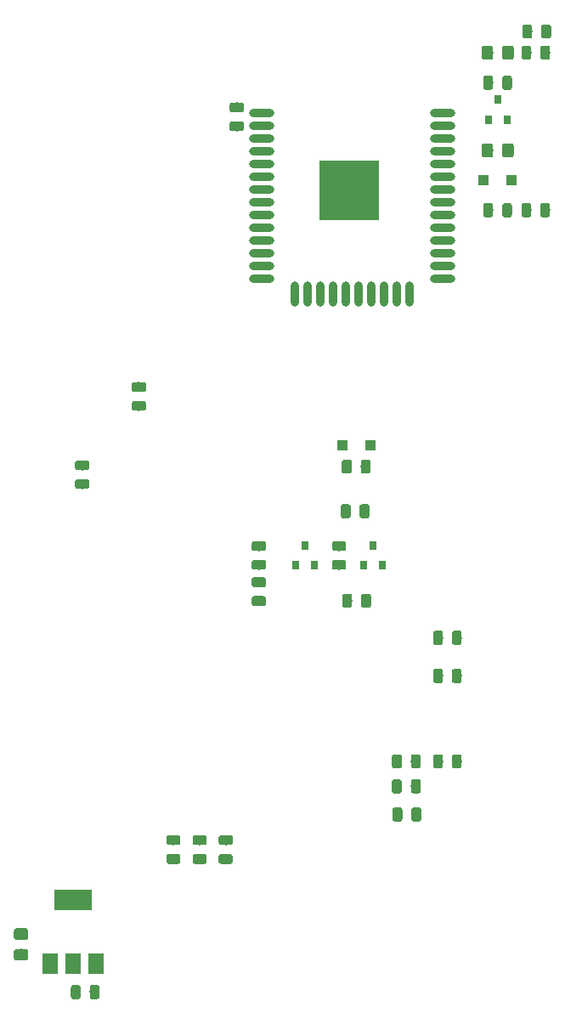
<source format=gbr>
G04 #@! TF.GenerationSoftware,KiCad,Pcbnew,5.0.0+dfsg1-2~bpo9+1*
G04 #@! TF.CreationDate,2018-10-07T14:27:24+02:00*
G04 #@! TF.ProjectId,PoesPPowerNode,506F657350506F7765724E6F64652E6B,rev?*
G04 #@! TF.SameCoordinates,Original*
G04 #@! TF.FileFunction,Paste,Top*
G04 #@! TF.FilePolarity,Positive*
%FSLAX46Y46*%
G04 Gerber Fmt 4.6, Leading zero omitted, Abs format (unit mm)*
G04 Created by KiCad (PCBNEW 5.0.0+dfsg1-2~bpo9+1) date Sun Oct  7 14:27:24 2018*
%MOMM*%
%LPD*%
G01*
G04 APERTURE LIST*
%ADD10O,2.500000X0.900000*%
%ADD11O,0.900000X2.500000*%
%ADD12R,6.000000X6.000000*%
%ADD13C,0.100000*%
%ADD14C,0.975000*%
%ADD15C,1.150000*%
%ADD16R,0.800000X0.900000*%
%ADD17R,3.800000X2.000000*%
%ADD18R,1.500000X2.000000*%
%ADD19R,1.100000X1.100000*%
G04 APERTURE END LIST*
D10*
G04 #@! TO.C,U4*
X100000000Y-83050000D03*
X100000000Y-84320000D03*
X100000000Y-85590000D03*
X100000000Y-86860000D03*
X100000000Y-88130000D03*
X100000000Y-89400000D03*
X100000000Y-90670000D03*
X100000000Y-91940000D03*
X100000000Y-93210000D03*
X100000000Y-94480000D03*
X100000000Y-95750000D03*
X100000000Y-97020000D03*
X100000000Y-98290000D03*
X100000000Y-99560000D03*
D11*
X96715000Y-101050000D03*
X95445000Y-101050000D03*
X94175000Y-101050000D03*
X92905000Y-101050000D03*
X91635000Y-101050000D03*
X90365000Y-101050000D03*
X89095000Y-101050000D03*
X87825000Y-101050000D03*
X86555000Y-101050000D03*
X85285000Y-101050000D03*
D10*
X82000000Y-99560000D03*
X82000000Y-98290000D03*
X82000000Y-97020000D03*
X82000000Y-95750000D03*
X82000000Y-94480000D03*
X82000000Y-93210000D03*
X82000000Y-91940000D03*
X82000000Y-90670000D03*
X82000000Y-89400000D03*
X82000000Y-88130000D03*
X82000000Y-86860000D03*
X82000000Y-85590000D03*
X82000000Y-84320000D03*
X82000000Y-83050000D03*
D12*
X90700000Y-90750000D03*
G04 #@! TD*
D13*
G04 #@! TO.C,C2*
G36*
X97605142Y-149401174D02*
X97628803Y-149404684D01*
X97652007Y-149410496D01*
X97674529Y-149418554D01*
X97696153Y-149428782D01*
X97716670Y-149441079D01*
X97735883Y-149455329D01*
X97753607Y-149471393D01*
X97769671Y-149489117D01*
X97783921Y-149508330D01*
X97796218Y-149528847D01*
X97806446Y-149550471D01*
X97814504Y-149572993D01*
X97820316Y-149596197D01*
X97823826Y-149619858D01*
X97825000Y-149643750D01*
X97825000Y-150556250D01*
X97823826Y-150580142D01*
X97820316Y-150603803D01*
X97814504Y-150627007D01*
X97806446Y-150649529D01*
X97796218Y-150671153D01*
X97783921Y-150691670D01*
X97769671Y-150710883D01*
X97753607Y-150728607D01*
X97735883Y-150744671D01*
X97716670Y-150758921D01*
X97696153Y-150771218D01*
X97674529Y-150781446D01*
X97652007Y-150789504D01*
X97628803Y-150795316D01*
X97605142Y-150798826D01*
X97581250Y-150800000D01*
X97093750Y-150800000D01*
X97069858Y-150798826D01*
X97046197Y-150795316D01*
X97022993Y-150789504D01*
X97000471Y-150781446D01*
X96978847Y-150771218D01*
X96958330Y-150758921D01*
X96939117Y-150744671D01*
X96921393Y-150728607D01*
X96905329Y-150710883D01*
X96891079Y-150691670D01*
X96878782Y-150671153D01*
X96868554Y-150649529D01*
X96860496Y-150627007D01*
X96854684Y-150603803D01*
X96851174Y-150580142D01*
X96850000Y-150556250D01*
X96850000Y-149643750D01*
X96851174Y-149619858D01*
X96854684Y-149596197D01*
X96860496Y-149572993D01*
X96868554Y-149550471D01*
X96878782Y-149528847D01*
X96891079Y-149508330D01*
X96905329Y-149489117D01*
X96921393Y-149471393D01*
X96939117Y-149455329D01*
X96958330Y-149441079D01*
X96978847Y-149428782D01*
X97000471Y-149418554D01*
X97022993Y-149410496D01*
X97046197Y-149404684D01*
X97069858Y-149401174D01*
X97093750Y-149400000D01*
X97581250Y-149400000D01*
X97605142Y-149401174D01*
X97605142Y-149401174D01*
G37*
D14*
X97337500Y-150100000D03*
D13*
G36*
X95730142Y-149401174D02*
X95753803Y-149404684D01*
X95777007Y-149410496D01*
X95799529Y-149418554D01*
X95821153Y-149428782D01*
X95841670Y-149441079D01*
X95860883Y-149455329D01*
X95878607Y-149471393D01*
X95894671Y-149489117D01*
X95908921Y-149508330D01*
X95921218Y-149528847D01*
X95931446Y-149550471D01*
X95939504Y-149572993D01*
X95945316Y-149596197D01*
X95948826Y-149619858D01*
X95950000Y-149643750D01*
X95950000Y-150556250D01*
X95948826Y-150580142D01*
X95945316Y-150603803D01*
X95939504Y-150627007D01*
X95931446Y-150649529D01*
X95921218Y-150671153D01*
X95908921Y-150691670D01*
X95894671Y-150710883D01*
X95878607Y-150728607D01*
X95860883Y-150744671D01*
X95841670Y-150758921D01*
X95821153Y-150771218D01*
X95799529Y-150781446D01*
X95777007Y-150789504D01*
X95753803Y-150795316D01*
X95730142Y-150798826D01*
X95706250Y-150800000D01*
X95218750Y-150800000D01*
X95194858Y-150798826D01*
X95171197Y-150795316D01*
X95147993Y-150789504D01*
X95125471Y-150781446D01*
X95103847Y-150771218D01*
X95083330Y-150758921D01*
X95064117Y-150744671D01*
X95046393Y-150728607D01*
X95030329Y-150710883D01*
X95016079Y-150691670D01*
X95003782Y-150671153D01*
X94993554Y-150649529D01*
X94985496Y-150627007D01*
X94979684Y-150603803D01*
X94976174Y-150580142D01*
X94975000Y-150556250D01*
X94975000Y-149643750D01*
X94976174Y-149619858D01*
X94979684Y-149596197D01*
X94985496Y-149572993D01*
X94993554Y-149550471D01*
X95003782Y-149528847D01*
X95016079Y-149508330D01*
X95030329Y-149489117D01*
X95046393Y-149471393D01*
X95064117Y-149455329D01*
X95083330Y-149441079D01*
X95103847Y-149428782D01*
X95125471Y-149418554D01*
X95147993Y-149410496D01*
X95171197Y-149404684D01*
X95194858Y-149401174D01*
X95218750Y-149400000D01*
X95706250Y-149400000D01*
X95730142Y-149401174D01*
X95730142Y-149401174D01*
G37*
D14*
X95462500Y-150100000D03*
G04 #@! TD*
D13*
G04 #@! TO.C,C5*
G36*
X73680142Y-154976174D02*
X73703803Y-154979684D01*
X73727007Y-154985496D01*
X73749529Y-154993554D01*
X73771153Y-155003782D01*
X73791670Y-155016079D01*
X73810883Y-155030329D01*
X73828607Y-155046393D01*
X73844671Y-155064117D01*
X73858921Y-155083330D01*
X73871218Y-155103847D01*
X73881446Y-155125471D01*
X73889504Y-155147993D01*
X73895316Y-155171197D01*
X73898826Y-155194858D01*
X73900000Y-155218750D01*
X73900000Y-155706250D01*
X73898826Y-155730142D01*
X73895316Y-155753803D01*
X73889504Y-155777007D01*
X73881446Y-155799529D01*
X73871218Y-155821153D01*
X73858921Y-155841670D01*
X73844671Y-155860883D01*
X73828607Y-155878607D01*
X73810883Y-155894671D01*
X73791670Y-155908921D01*
X73771153Y-155921218D01*
X73749529Y-155931446D01*
X73727007Y-155939504D01*
X73703803Y-155945316D01*
X73680142Y-155948826D01*
X73656250Y-155950000D01*
X72743750Y-155950000D01*
X72719858Y-155948826D01*
X72696197Y-155945316D01*
X72672993Y-155939504D01*
X72650471Y-155931446D01*
X72628847Y-155921218D01*
X72608330Y-155908921D01*
X72589117Y-155894671D01*
X72571393Y-155878607D01*
X72555329Y-155860883D01*
X72541079Y-155841670D01*
X72528782Y-155821153D01*
X72518554Y-155799529D01*
X72510496Y-155777007D01*
X72504684Y-155753803D01*
X72501174Y-155730142D01*
X72500000Y-155706250D01*
X72500000Y-155218750D01*
X72501174Y-155194858D01*
X72504684Y-155171197D01*
X72510496Y-155147993D01*
X72518554Y-155125471D01*
X72528782Y-155103847D01*
X72541079Y-155083330D01*
X72555329Y-155064117D01*
X72571393Y-155046393D01*
X72589117Y-155030329D01*
X72608330Y-155016079D01*
X72628847Y-155003782D01*
X72650471Y-154993554D01*
X72672993Y-154985496D01*
X72696197Y-154979684D01*
X72719858Y-154976174D01*
X72743750Y-154975000D01*
X73656250Y-154975000D01*
X73680142Y-154976174D01*
X73680142Y-154976174D01*
G37*
D14*
X73200000Y-155462500D03*
D13*
G36*
X73680142Y-156851174D02*
X73703803Y-156854684D01*
X73727007Y-156860496D01*
X73749529Y-156868554D01*
X73771153Y-156878782D01*
X73791670Y-156891079D01*
X73810883Y-156905329D01*
X73828607Y-156921393D01*
X73844671Y-156939117D01*
X73858921Y-156958330D01*
X73871218Y-156978847D01*
X73881446Y-157000471D01*
X73889504Y-157022993D01*
X73895316Y-157046197D01*
X73898826Y-157069858D01*
X73900000Y-157093750D01*
X73900000Y-157581250D01*
X73898826Y-157605142D01*
X73895316Y-157628803D01*
X73889504Y-157652007D01*
X73881446Y-157674529D01*
X73871218Y-157696153D01*
X73858921Y-157716670D01*
X73844671Y-157735883D01*
X73828607Y-157753607D01*
X73810883Y-157769671D01*
X73791670Y-157783921D01*
X73771153Y-157796218D01*
X73749529Y-157806446D01*
X73727007Y-157814504D01*
X73703803Y-157820316D01*
X73680142Y-157823826D01*
X73656250Y-157825000D01*
X72743750Y-157825000D01*
X72719858Y-157823826D01*
X72696197Y-157820316D01*
X72672993Y-157814504D01*
X72650471Y-157806446D01*
X72628847Y-157796218D01*
X72608330Y-157783921D01*
X72589117Y-157769671D01*
X72571393Y-157753607D01*
X72555329Y-157735883D01*
X72541079Y-157716670D01*
X72528782Y-157696153D01*
X72518554Y-157674529D01*
X72510496Y-157652007D01*
X72504684Y-157628803D01*
X72501174Y-157605142D01*
X72500000Y-157581250D01*
X72500000Y-157093750D01*
X72501174Y-157069858D01*
X72504684Y-157046197D01*
X72510496Y-157022993D01*
X72518554Y-157000471D01*
X72528782Y-156978847D01*
X72541079Y-156958330D01*
X72555329Y-156939117D01*
X72571393Y-156921393D01*
X72589117Y-156905329D01*
X72608330Y-156891079D01*
X72628847Y-156878782D01*
X72650471Y-156868554D01*
X72672993Y-156860496D01*
X72696197Y-156854684D01*
X72719858Y-156851174D01*
X72743750Y-156850000D01*
X73656250Y-156850000D01*
X73680142Y-156851174D01*
X73680142Y-156851174D01*
G37*
D14*
X73200000Y-157337500D03*
G04 #@! TD*
D13*
G04 #@! TO.C,C3*
G36*
X106874505Y-86051204D02*
X106898773Y-86054804D01*
X106922572Y-86060765D01*
X106945671Y-86069030D01*
X106967850Y-86079520D01*
X106988893Y-86092132D01*
X107008599Y-86106747D01*
X107026777Y-86123223D01*
X107043253Y-86141401D01*
X107057868Y-86161107D01*
X107070480Y-86182150D01*
X107080970Y-86204329D01*
X107089235Y-86227428D01*
X107095196Y-86251227D01*
X107098796Y-86275495D01*
X107100000Y-86299999D01*
X107100000Y-87200001D01*
X107098796Y-87224505D01*
X107095196Y-87248773D01*
X107089235Y-87272572D01*
X107080970Y-87295671D01*
X107070480Y-87317850D01*
X107057868Y-87338893D01*
X107043253Y-87358599D01*
X107026777Y-87376777D01*
X107008599Y-87393253D01*
X106988893Y-87407868D01*
X106967850Y-87420480D01*
X106945671Y-87430970D01*
X106922572Y-87439235D01*
X106898773Y-87445196D01*
X106874505Y-87448796D01*
X106850001Y-87450000D01*
X106199999Y-87450000D01*
X106175495Y-87448796D01*
X106151227Y-87445196D01*
X106127428Y-87439235D01*
X106104329Y-87430970D01*
X106082150Y-87420480D01*
X106061107Y-87407868D01*
X106041401Y-87393253D01*
X106023223Y-87376777D01*
X106006747Y-87358599D01*
X105992132Y-87338893D01*
X105979520Y-87317850D01*
X105969030Y-87295671D01*
X105960765Y-87272572D01*
X105954804Y-87248773D01*
X105951204Y-87224505D01*
X105950000Y-87200001D01*
X105950000Y-86299999D01*
X105951204Y-86275495D01*
X105954804Y-86251227D01*
X105960765Y-86227428D01*
X105969030Y-86204329D01*
X105979520Y-86182150D01*
X105992132Y-86161107D01*
X106006747Y-86141401D01*
X106023223Y-86123223D01*
X106041401Y-86106747D01*
X106061107Y-86092132D01*
X106082150Y-86079520D01*
X106104329Y-86069030D01*
X106127428Y-86060765D01*
X106151227Y-86054804D01*
X106175495Y-86051204D01*
X106199999Y-86050000D01*
X106850001Y-86050000D01*
X106874505Y-86051204D01*
X106874505Y-86051204D01*
G37*
D15*
X106525000Y-86750000D03*
D13*
G36*
X104824505Y-86051204D02*
X104848773Y-86054804D01*
X104872572Y-86060765D01*
X104895671Y-86069030D01*
X104917850Y-86079520D01*
X104938893Y-86092132D01*
X104958599Y-86106747D01*
X104976777Y-86123223D01*
X104993253Y-86141401D01*
X105007868Y-86161107D01*
X105020480Y-86182150D01*
X105030970Y-86204329D01*
X105039235Y-86227428D01*
X105045196Y-86251227D01*
X105048796Y-86275495D01*
X105050000Y-86299999D01*
X105050000Y-87200001D01*
X105048796Y-87224505D01*
X105045196Y-87248773D01*
X105039235Y-87272572D01*
X105030970Y-87295671D01*
X105020480Y-87317850D01*
X105007868Y-87338893D01*
X104993253Y-87358599D01*
X104976777Y-87376777D01*
X104958599Y-87393253D01*
X104938893Y-87407868D01*
X104917850Y-87420480D01*
X104895671Y-87430970D01*
X104872572Y-87439235D01*
X104848773Y-87445196D01*
X104824505Y-87448796D01*
X104800001Y-87450000D01*
X104149999Y-87450000D01*
X104125495Y-87448796D01*
X104101227Y-87445196D01*
X104077428Y-87439235D01*
X104054329Y-87430970D01*
X104032150Y-87420480D01*
X104011107Y-87407868D01*
X103991401Y-87393253D01*
X103973223Y-87376777D01*
X103956747Y-87358599D01*
X103942132Y-87338893D01*
X103929520Y-87317850D01*
X103919030Y-87295671D01*
X103910765Y-87272572D01*
X103904804Y-87248773D01*
X103901204Y-87224505D01*
X103900000Y-87200001D01*
X103900000Y-86299999D01*
X103901204Y-86275495D01*
X103904804Y-86251227D01*
X103910765Y-86227428D01*
X103919030Y-86204329D01*
X103929520Y-86182150D01*
X103942132Y-86161107D01*
X103956747Y-86141401D01*
X103973223Y-86123223D01*
X103991401Y-86106747D01*
X104011107Y-86092132D01*
X104032150Y-86079520D01*
X104054329Y-86069030D01*
X104077428Y-86060765D01*
X104101227Y-86054804D01*
X104125495Y-86051204D01*
X104149999Y-86050000D01*
X104800001Y-86050000D01*
X104824505Y-86051204D01*
X104824505Y-86051204D01*
G37*
D15*
X104475000Y-86750000D03*
G04 #@! TD*
D13*
G04 #@! TO.C,C4*
G36*
X106874505Y-76301204D02*
X106898773Y-76304804D01*
X106922572Y-76310765D01*
X106945671Y-76319030D01*
X106967850Y-76329520D01*
X106988893Y-76342132D01*
X107008599Y-76356747D01*
X107026777Y-76373223D01*
X107043253Y-76391401D01*
X107057868Y-76411107D01*
X107070480Y-76432150D01*
X107080970Y-76454329D01*
X107089235Y-76477428D01*
X107095196Y-76501227D01*
X107098796Y-76525495D01*
X107100000Y-76549999D01*
X107100000Y-77450001D01*
X107098796Y-77474505D01*
X107095196Y-77498773D01*
X107089235Y-77522572D01*
X107080970Y-77545671D01*
X107070480Y-77567850D01*
X107057868Y-77588893D01*
X107043253Y-77608599D01*
X107026777Y-77626777D01*
X107008599Y-77643253D01*
X106988893Y-77657868D01*
X106967850Y-77670480D01*
X106945671Y-77680970D01*
X106922572Y-77689235D01*
X106898773Y-77695196D01*
X106874505Y-77698796D01*
X106850001Y-77700000D01*
X106199999Y-77700000D01*
X106175495Y-77698796D01*
X106151227Y-77695196D01*
X106127428Y-77689235D01*
X106104329Y-77680970D01*
X106082150Y-77670480D01*
X106061107Y-77657868D01*
X106041401Y-77643253D01*
X106023223Y-77626777D01*
X106006747Y-77608599D01*
X105992132Y-77588893D01*
X105979520Y-77567850D01*
X105969030Y-77545671D01*
X105960765Y-77522572D01*
X105954804Y-77498773D01*
X105951204Y-77474505D01*
X105950000Y-77450001D01*
X105950000Y-76549999D01*
X105951204Y-76525495D01*
X105954804Y-76501227D01*
X105960765Y-76477428D01*
X105969030Y-76454329D01*
X105979520Y-76432150D01*
X105992132Y-76411107D01*
X106006747Y-76391401D01*
X106023223Y-76373223D01*
X106041401Y-76356747D01*
X106061107Y-76342132D01*
X106082150Y-76329520D01*
X106104329Y-76319030D01*
X106127428Y-76310765D01*
X106151227Y-76304804D01*
X106175495Y-76301204D01*
X106199999Y-76300000D01*
X106850001Y-76300000D01*
X106874505Y-76301204D01*
X106874505Y-76301204D01*
G37*
D15*
X106525000Y-77000000D03*
D13*
G36*
X104824505Y-76301204D02*
X104848773Y-76304804D01*
X104872572Y-76310765D01*
X104895671Y-76319030D01*
X104917850Y-76329520D01*
X104938893Y-76342132D01*
X104958599Y-76356747D01*
X104976777Y-76373223D01*
X104993253Y-76391401D01*
X105007868Y-76411107D01*
X105020480Y-76432150D01*
X105030970Y-76454329D01*
X105039235Y-76477428D01*
X105045196Y-76501227D01*
X105048796Y-76525495D01*
X105050000Y-76549999D01*
X105050000Y-77450001D01*
X105048796Y-77474505D01*
X105045196Y-77498773D01*
X105039235Y-77522572D01*
X105030970Y-77545671D01*
X105020480Y-77567850D01*
X105007868Y-77588893D01*
X104993253Y-77608599D01*
X104976777Y-77626777D01*
X104958599Y-77643253D01*
X104938893Y-77657868D01*
X104917850Y-77670480D01*
X104895671Y-77680970D01*
X104872572Y-77689235D01*
X104848773Y-77695196D01*
X104824505Y-77698796D01*
X104800001Y-77700000D01*
X104149999Y-77700000D01*
X104125495Y-77698796D01*
X104101227Y-77695196D01*
X104077428Y-77689235D01*
X104054329Y-77680970D01*
X104032150Y-77670480D01*
X104011107Y-77657868D01*
X103991401Y-77643253D01*
X103973223Y-77626777D01*
X103956747Y-77608599D01*
X103942132Y-77588893D01*
X103929520Y-77567850D01*
X103919030Y-77545671D01*
X103910765Y-77522572D01*
X103904804Y-77498773D01*
X103901204Y-77474505D01*
X103900000Y-77450001D01*
X103900000Y-76549999D01*
X103901204Y-76525495D01*
X103904804Y-76501227D01*
X103910765Y-76477428D01*
X103919030Y-76454329D01*
X103929520Y-76432150D01*
X103942132Y-76411107D01*
X103956747Y-76391401D01*
X103973223Y-76373223D01*
X103991401Y-76356747D01*
X104011107Y-76342132D01*
X104032150Y-76329520D01*
X104054329Y-76319030D01*
X104077428Y-76310765D01*
X104101227Y-76304804D01*
X104125495Y-76301204D01*
X104149999Y-76300000D01*
X104800001Y-76300000D01*
X104824505Y-76301204D01*
X104824505Y-76301204D01*
G37*
D15*
X104475000Y-77000000D03*
G04 #@! TD*
D13*
G04 #@! TO.C,C9*
G36*
X58474505Y-166301204D02*
X58498773Y-166304804D01*
X58522572Y-166310765D01*
X58545671Y-166319030D01*
X58567850Y-166329520D01*
X58588893Y-166342132D01*
X58608599Y-166356747D01*
X58626777Y-166373223D01*
X58643253Y-166391401D01*
X58657868Y-166411107D01*
X58670480Y-166432150D01*
X58680970Y-166454329D01*
X58689235Y-166477428D01*
X58695196Y-166501227D01*
X58698796Y-166525495D01*
X58700000Y-166549999D01*
X58700000Y-167200001D01*
X58698796Y-167224505D01*
X58695196Y-167248773D01*
X58689235Y-167272572D01*
X58680970Y-167295671D01*
X58670480Y-167317850D01*
X58657868Y-167338893D01*
X58643253Y-167358599D01*
X58626777Y-167376777D01*
X58608599Y-167393253D01*
X58588893Y-167407868D01*
X58567850Y-167420480D01*
X58545671Y-167430970D01*
X58522572Y-167439235D01*
X58498773Y-167445196D01*
X58474505Y-167448796D01*
X58450001Y-167450000D01*
X57549999Y-167450000D01*
X57525495Y-167448796D01*
X57501227Y-167445196D01*
X57477428Y-167439235D01*
X57454329Y-167430970D01*
X57432150Y-167420480D01*
X57411107Y-167407868D01*
X57391401Y-167393253D01*
X57373223Y-167376777D01*
X57356747Y-167358599D01*
X57342132Y-167338893D01*
X57329520Y-167317850D01*
X57319030Y-167295671D01*
X57310765Y-167272572D01*
X57304804Y-167248773D01*
X57301204Y-167224505D01*
X57300000Y-167200001D01*
X57300000Y-166549999D01*
X57301204Y-166525495D01*
X57304804Y-166501227D01*
X57310765Y-166477428D01*
X57319030Y-166454329D01*
X57329520Y-166432150D01*
X57342132Y-166411107D01*
X57356747Y-166391401D01*
X57373223Y-166373223D01*
X57391401Y-166356747D01*
X57411107Y-166342132D01*
X57432150Y-166329520D01*
X57454329Y-166319030D01*
X57477428Y-166310765D01*
X57501227Y-166304804D01*
X57525495Y-166301204D01*
X57549999Y-166300000D01*
X58450001Y-166300000D01*
X58474505Y-166301204D01*
X58474505Y-166301204D01*
G37*
D15*
X58000000Y-166875000D03*
D13*
G36*
X58474505Y-164251204D02*
X58498773Y-164254804D01*
X58522572Y-164260765D01*
X58545671Y-164269030D01*
X58567850Y-164279520D01*
X58588893Y-164292132D01*
X58608599Y-164306747D01*
X58626777Y-164323223D01*
X58643253Y-164341401D01*
X58657868Y-164361107D01*
X58670480Y-164382150D01*
X58680970Y-164404329D01*
X58689235Y-164427428D01*
X58695196Y-164451227D01*
X58698796Y-164475495D01*
X58700000Y-164499999D01*
X58700000Y-165150001D01*
X58698796Y-165174505D01*
X58695196Y-165198773D01*
X58689235Y-165222572D01*
X58680970Y-165245671D01*
X58670480Y-165267850D01*
X58657868Y-165288893D01*
X58643253Y-165308599D01*
X58626777Y-165326777D01*
X58608599Y-165343253D01*
X58588893Y-165357868D01*
X58567850Y-165370480D01*
X58545671Y-165380970D01*
X58522572Y-165389235D01*
X58498773Y-165395196D01*
X58474505Y-165398796D01*
X58450001Y-165400000D01*
X57549999Y-165400000D01*
X57525495Y-165398796D01*
X57501227Y-165395196D01*
X57477428Y-165389235D01*
X57454329Y-165380970D01*
X57432150Y-165370480D01*
X57411107Y-165357868D01*
X57391401Y-165343253D01*
X57373223Y-165326777D01*
X57356747Y-165308599D01*
X57342132Y-165288893D01*
X57329520Y-165267850D01*
X57319030Y-165245671D01*
X57310765Y-165222572D01*
X57304804Y-165198773D01*
X57301204Y-165174505D01*
X57300000Y-165150001D01*
X57300000Y-164499999D01*
X57301204Y-164475495D01*
X57304804Y-164451227D01*
X57310765Y-164427428D01*
X57319030Y-164404329D01*
X57329520Y-164382150D01*
X57342132Y-164361107D01*
X57356747Y-164341401D01*
X57373223Y-164323223D01*
X57391401Y-164306747D01*
X57411107Y-164292132D01*
X57432150Y-164279520D01*
X57454329Y-164269030D01*
X57477428Y-164260765D01*
X57501227Y-164254804D01*
X57525495Y-164251204D01*
X57549999Y-164250000D01*
X58450001Y-164250000D01*
X58474505Y-164251204D01*
X58474505Y-164251204D01*
G37*
D15*
X58000000Y-164825000D03*
G04 #@! TD*
D13*
G04 #@! TO.C,C10*
G36*
X79980142Y-81976174D02*
X80003803Y-81979684D01*
X80027007Y-81985496D01*
X80049529Y-81993554D01*
X80071153Y-82003782D01*
X80091670Y-82016079D01*
X80110883Y-82030329D01*
X80128607Y-82046393D01*
X80144671Y-82064117D01*
X80158921Y-82083330D01*
X80171218Y-82103847D01*
X80181446Y-82125471D01*
X80189504Y-82147993D01*
X80195316Y-82171197D01*
X80198826Y-82194858D01*
X80200000Y-82218750D01*
X80200000Y-82706250D01*
X80198826Y-82730142D01*
X80195316Y-82753803D01*
X80189504Y-82777007D01*
X80181446Y-82799529D01*
X80171218Y-82821153D01*
X80158921Y-82841670D01*
X80144671Y-82860883D01*
X80128607Y-82878607D01*
X80110883Y-82894671D01*
X80091670Y-82908921D01*
X80071153Y-82921218D01*
X80049529Y-82931446D01*
X80027007Y-82939504D01*
X80003803Y-82945316D01*
X79980142Y-82948826D01*
X79956250Y-82950000D01*
X79043750Y-82950000D01*
X79019858Y-82948826D01*
X78996197Y-82945316D01*
X78972993Y-82939504D01*
X78950471Y-82931446D01*
X78928847Y-82921218D01*
X78908330Y-82908921D01*
X78889117Y-82894671D01*
X78871393Y-82878607D01*
X78855329Y-82860883D01*
X78841079Y-82841670D01*
X78828782Y-82821153D01*
X78818554Y-82799529D01*
X78810496Y-82777007D01*
X78804684Y-82753803D01*
X78801174Y-82730142D01*
X78800000Y-82706250D01*
X78800000Y-82218750D01*
X78801174Y-82194858D01*
X78804684Y-82171197D01*
X78810496Y-82147993D01*
X78818554Y-82125471D01*
X78828782Y-82103847D01*
X78841079Y-82083330D01*
X78855329Y-82064117D01*
X78871393Y-82046393D01*
X78889117Y-82030329D01*
X78908330Y-82016079D01*
X78928847Y-82003782D01*
X78950471Y-81993554D01*
X78972993Y-81985496D01*
X78996197Y-81979684D01*
X79019858Y-81976174D01*
X79043750Y-81975000D01*
X79956250Y-81975000D01*
X79980142Y-81976174D01*
X79980142Y-81976174D01*
G37*
D14*
X79500000Y-82462500D03*
D13*
G36*
X79980142Y-83851174D02*
X80003803Y-83854684D01*
X80027007Y-83860496D01*
X80049529Y-83868554D01*
X80071153Y-83878782D01*
X80091670Y-83891079D01*
X80110883Y-83905329D01*
X80128607Y-83921393D01*
X80144671Y-83939117D01*
X80158921Y-83958330D01*
X80171218Y-83978847D01*
X80181446Y-84000471D01*
X80189504Y-84022993D01*
X80195316Y-84046197D01*
X80198826Y-84069858D01*
X80200000Y-84093750D01*
X80200000Y-84581250D01*
X80198826Y-84605142D01*
X80195316Y-84628803D01*
X80189504Y-84652007D01*
X80181446Y-84674529D01*
X80171218Y-84696153D01*
X80158921Y-84716670D01*
X80144671Y-84735883D01*
X80128607Y-84753607D01*
X80110883Y-84769671D01*
X80091670Y-84783921D01*
X80071153Y-84796218D01*
X80049529Y-84806446D01*
X80027007Y-84814504D01*
X80003803Y-84820316D01*
X79980142Y-84823826D01*
X79956250Y-84825000D01*
X79043750Y-84825000D01*
X79019858Y-84823826D01*
X78996197Y-84820316D01*
X78972993Y-84814504D01*
X78950471Y-84806446D01*
X78928847Y-84796218D01*
X78908330Y-84783921D01*
X78889117Y-84769671D01*
X78871393Y-84753607D01*
X78855329Y-84735883D01*
X78841079Y-84716670D01*
X78828782Y-84696153D01*
X78818554Y-84674529D01*
X78810496Y-84652007D01*
X78804684Y-84628803D01*
X78801174Y-84605142D01*
X78800000Y-84581250D01*
X78800000Y-84093750D01*
X78801174Y-84069858D01*
X78804684Y-84046197D01*
X78810496Y-84022993D01*
X78818554Y-84000471D01*
X78828782Y-83978847D01*
X78841079Y-83958330D01*
X78855329Y-83939117D01*
X78871393Y-83921393D01*
X78889117Y-83905329D01*
X78908330Y-83891079D01*
X78928847Y-83878782D01*
X78950471Y-83868554D01*
X78972993Y-83860496D01*
X78996197Y-83854684D01*
X79019858Y-83851174D01*
X79043750Y-83850000D01*
X79956250Y-83850000D01*
X79980142Y-83851174D01*
X79980142Y-83851174D01*
G37*
D14*
X79500000Y-84337500D03*
G04 #@! TD*
D16*
G04 #@! TO.C,D2*
X104550000Y-83700000D03*
X106450000Y-83700000D03*
X105500000Y-81700000D03*
G04 #@! TD*
G04 #@! TO.C,Q1*
X92150000Y-128100000D03*
X94050000Y-128100000D03*
X93100000Y-126100000D03*
G04 #@! TD*
G04 #@! TO.C,Q2*
X86300000Y-126100000D03*
X87250000Y-128100000D03*
X85350000Y-128100000D03*
G04 #@! TD*
D13*
G04 #@! TO.C,R1*
G36*
X99830142Y-138401174D02*
X99853803Y-138404684D01*
X99877007Y-138410496D01*
X99899529Y-138418554D01*
X99921153Y-138428782D01*
X99941670Y-138441079D01*
X99960883Y-138455329D01*
X99978607Y-138471393D01*
X99994671Y-138489117D01*
X100008921Y-138508330D01*
X100021218Y-138528847D01*
X100031446Y-138550471D01*
X100039504Y-138572993D01*
X100045316Y-138596197D01*
X100048826Y-138619858D01*
X100050000Y-138643750D01*
X100050000Y-139556250D01*
X100048826Y-139580142D01*
X100045316Y-139603803D01*
X100039504Y-139627007D01*
X100031446Y-139649529D01*
X100021218Y-139671153D01*
X100008921Y-139691670D01*
X99994671Y-139710883D01*
X99978607Y-139728607D01*
X99960883Y-139744671D01*
X99941670Y-139758921D01*
X99921153Y-139771218D01*
X99899529Y-139781446D01*
X99877007Y-139789504D01*
X99853803Y-139795316D01*
X99830142Y-139798826D01*
X99806250Y-139800000D01*
X99318750Y-139800000D01*
X99294858Y-139798826D01*
X99271197Y-139795316D01*
X99247993Y-139789504D01*
X99225471Y-139781446D01*
X99203847Y-139771218D01*
X99183330Y-139758921D01*
X99164117Y-139744671D01*
X99146393Y-139728607D01*
X99130329Y-139710883D01*
X99116079Y-139691670D01*
X99103782Y-139671153D01*
X99093554Y-139649529D01*
X99085496Y-139627007D01*
X99079684Y-139603803D01*
X99076174Y-139580142D01*
X99075000Y-139556250D01*
X99075000Y-138643750D01*
X99076174Y-138619858D01*
X99079684Y-138596197D01*
X99085496Y-138572993D01*
X99093554Y-138550471D01*
X99103782Y-138528847D01*
X99116079Y-138508330D01*
X99130329Y-138489117D01*
X99146393Y-138471393D01*
X99164117Y-138455329D01*
X99183330Y-138441079D01*
X99203847Y-138428782D01*
X99225471Y-138418554D01*
X99247993Y-138410496D01*
X99271197Y-138404684D01*
X99294858Y-138401174D01*
X99318750Y-138400000D01*
X99806250Y-138400000D01*
X99830142Y-138401174D01*
X99830142Y-138401174D01*
G37*
D14*
X99562500Y-139100000D03*
D13*
G36*
X101705142Y-138401174D02*
X101728803Y-138404684D01*
X101752007Y-138410496D01*
X101774529Y-138418554D01*
X101796153Y-138428782D01*
X101816670Y-138441079D01*
X101835883Y-138455329D01*
X101853607Y-138471393D01*
X101869671Y-138489117D01*
X101883921Y-138508330D01*
X101896218Y-138528847D01*
X101906446Y-138550471D01*
X101914504Y-138572993D01*
X101920316Y-138596197D01*
X101923826Y-138619858D01*
X101925000Y-138643750D01*
X101925000Y-139556250D01*
X101923826Y-139580142D01*
X101920316Y-139603803D01*
X101914504Y-139627007D01*
X101906446Y-139649529D01*
X101896218Y-139671153D01*
X101883921Y-139691670D01*
X101869671Y-139710883D01*
X101853607Y-139728607D01*
X101835883Y-139744671D01*
X101816670Y-139758921D01*
X101796153Y-139771218D01*
X101774529Y-139781446D01*
X101752007Y-139789504D01*
X101728803Y-139795316D01*
X101705142Y-139798826D01*
X101681250Y-139800000D01*
X101193750Y-139800000D01*
X101169858Y-139798826D01*
X101146197Y-139795316D01*
X101122993Y-139789504D01*
X101100471Y-139781446D01*
X101078847Y-139771218D01*
X101058330Y-139758921D01*
X101039117Y-139744671D01*
X101021393Y-139728607D01*
X101005329Y-139710883D01*
X100991079Y-139691670D01*
X100978782Y-139671153D01*
X100968554Y-139649529D01*
X100960496Y-139627007D01*
X100954684Y-139603803D01*
X100951174Y-139580142D01*
X100950000Y-139556250D01*
X100950000Y-138643750D01*
X100951174Y-138619858D01*
X100954684Y-138596197D01*
X100960496Y-138572993D01*
X100968554Y-138550471D01*
X100978782Y-138528847D01*
X100991079Y-138508330D01*
X101005329Y-138489117D01*
X101021393Y-138471393D01*
X101039117Y-138455329D01*
X101058330Y-138441079D01*
X101078847Y-138428782D01*
X101100471Y-138418554D01*
X101122993Y-138410496D01*
X101146197Y-138404684D01*
X101169858Y-138401174D01*
X101193750Y-138400000D01*
X101681250Y-138400000D01*
X101705142Y-138401174D01*
X101705142Y-138401174D01*
G37*
D14*
X101437500Y-139100000D03*
G04 #@! TD*
D13*
G04 #@! TO.C,R2*
G36*
X101705142Y-146901174D02*
X101728803Y-146904684D01*
X101752007Y-146910496D01*
X101774529Y-146918554D01*
X101796153Y-146928782D01*
X101816670Y-146941079D01*
X101835883Y-146955329D01*
X101853607Y-146971393D01*
X101869671Y-146989117D01*
X101883921Y-147008330D01*
X101896218Y-147028847D01*
X101906446Y-147050471D01*
X101914504Y-147072993D01*
X101920316Y-147096197D01*
X101923826Y-147119858D01*
X101925000Y-147143750D01*
X101925000Y-148056250D01*
X101923826Y-148080142D01*
X101920316Y-148103803D01*
X101914504Y-148127007D01*
X101906446Y-148149529D01*
X101896218Y-148171153D01*
X101883921Y-148191670D01*
X101869671Y-148210883D01*
X101853607Y-148228607D01*
X101835883Y-148244671D01*
X101816670Y-148258921D01*
X101796153Y-148271218D01*
X101774529Y-148281446D01*
X101752007Y-148289504D01*
X101728803Y-148295316D01*
X101705142Y-148298826D01*
X101681250Y-148300000D01*
X101193750Y-148300000D01*
X101169858Y-148298826D01*
X101146197Y-148295316D01*
X101122993Y-148289504D01*
X101100471Y-148281446D01*
X101078847Y-148271218D01*
X101058330Y-148258921D01*
X101039117Y-148244671D01*
X101021393Y-148228607D01*
X101005329Y-148210883D01*
X100991079Y-148191670D01*
X100978782Y-148171153D01*
X100968554Y-148149529D01*
X100960496Y-148127007D01*
X100954684Y-148103803D01*
X100951174Y-148080142D01*
X100950000Y-148056250D01*
X100950000Y-147143750D01*
X100951174Y-147119858D01*
X100954684Y-147096197D01*
X100960496Y-147072993D01*
X100968554Y-147050471D01*
X100978782Y-147028847D01*
X100991079Y-147008330D01*
X101005329Y-146989117D01*
X101021393Y-146971393D01*
X101039117Y-146955329D01*
X101058330Y-146941079D01*
X101078847Y-146928782D01*
X101100471Y-146918554D01*
X101122993Y-146910496D01*
X101146197Y-146904684D01*
X101169858Y-146901174D01*
X101193750Y-146900000D01*
X101681250Y-146900000D01*
X101705142Y-146901174D01*
X101705142Y-146901174D01*
G37*
D14*
X101437500Y-147600000D03*
D13*
G36*
X99830142Y-146901174D02*
X99853803Y-146904684D01*
X99877007Y-146910496D01*
X99899529Y-146918554D01*
X99921153Y-146928782D01*
X99941670Y-146941079D01*
X99960883Y-146955329D01*
X99978607Y-146971393D01*
X99994671Y-146989117D01*
X100008921Y-147008330D01*
X100021218Y-147028847D01*
X100031446Y-147050471D01*
X100039504Y-147072993D01*
X100045316Y-147096197D01*
X100048826Y-147119858D01*
X100050000Y-147143750D01*
X100050000Y-148056250D01*
X100048826Y-148080142D01*
X100045316Y-148103803D01*
X100039504Y-148127007D01*
X100031446Y-148149529D01*
X100021218Y-148171153D01*
X100008921Y-148191670D01*
X99994671Y-148210883D01*
X99978607Y-148228607D01*
X99960883Y-148244671D01*
X99941670Y-148258921D01*
X99921153Y-148271218D01*
X99899529Y-148281446D01*
X99877007Y-148289504D01*
X99853803Y-148295316D01*
X99830142Y-148298826D01*
X99806250Y-148300000D01*
X99318750Y-148300000D01*
X99294858Y-148298826D01*
X99271197Y-148295316D01*
X99247993Y-148289504D01*
X99225471Y-148281446D01*
X99203847Y-148271218D01*
X99183330Y-148258921D01*
X99164117Y-148244671D01*
X99146393Y-148228607D01*
X99130329Y-148210883D01*
X99116079Y-148191670D01*
X99103782Y-148171153D01*
X99093554Y-148149529D01*
X99085496Y-148127007D01*
X99079684Y-148103803D01*
X99076174Y-148080142D01*
X99075000Y-148056250D01*
X99075000Y-147143750D01*
X99076174Y-147119858D01*
X99079684Y-147096197D01*
X99085496Y-147072993D01*
X99093554Y-147050471D01*
X99103782Y-147028847D01*
X99116079Y-147008330D01*
X99130329Y-146989117D01*
X99146393Y-146971393D01*
X99164117Y-146955329D01*
X99183330Y-146941079D01*
X99203847Y-146928782D01*
X99225471Y-146918554D01*
X99247993Y-146910496D01*
X99271197Y-146904684D01*
X99294858Y-146901174D01*
X99318750Y-146900000D01*
X99806250Y-146900000D01*
X99830142Y-146901174D01*
X99830142Y-146901174D01*
G37*
D14*
X99562500Y-147600000D03*
G04 #@! TD*
D13*
G04 #@! TO.C,R3*
G36*
X64580142Y-119501174D02*
X64603803Y-119504684D01*
X64627007Y-119510496D01*
X64649529Y-119518554D01*
X64671153Y-119528782D01*
X64691670Y-119541079D01*
X64710883Y-119555329D01*
X64728607Y-119571393D01*
X64744671Y-119589117D01*
X64758921Y-119608330D01*
X64771218Y-119628847D01*
X64781446Y-119650471D01*
X64789504Y-119672993D01*
X64795316Y-119696197D01*
X64798826Y-119719858D01*
X64800000Y-119743750D01*
X64800000Y-120231250D01*
X64798826Y-120255142D01*
X64795316Y-120278803D01*
X64789504Y-120302007D01*
X64781446Y-120324529D01*
X64771218Y-120346153D01*
X64758921Y-120366670D01*
X64744671Y-120385883D01*
X64728607Y-120403607D01*
X64710883Y-120419671D01*
X64691670Y-120433921D01*
X64671153Y-120446218D01*
X64649529Y-120456446D01*
X64627007Y-120464504D01*
X64603803Y-120470316D01*
X64580142Y-120473826D01*
X64556250Y-120475000D01*
X63643750Y-120475000D01*
X63619858Y-120473826D01*
X63596197Y-120470316D01*
X63572993Y-120464504D01*
X63550471Y-120456446D01*
X63528847Y-120446218D01*
X63508330Y-120433921D01*
X63489117Y-120419671D01*
X63471393Y-120403607D01*
X63455329Y-120385883D01*
X63441079Y-120366670D01*
X63428782Y-120346153D01*
X63418554Y-120324529D01*
X63410496Y-120302007D01*
X63404684Y-120278803D01*
X63401174Y-120255142D01*
X63400000Y-120231250D01*
X63400000Y-119743750D01*
X63401174Y-119719858D01*
X63404684Y-119696197D01*
X63410496Y-119672993D01*
X63418554Y-119650471D01*
X63428782Y-119628847D01*
X63441079Y-119608330D01*
X63455329Y-119589117D01*
X63471393Y-119571393D01*
X63489117Y-119555329D01*
X63508330Y-119541079D01*
X63528847Y-119528782D01*
X63550471Y-119518554D01*
X63572993Y-119510496D01*
X63596197Y-119504684D01*
X63619858Y-119501174D01*
X63643750Y-119500000D01*
X64556250Y-119500000D01*
X64580142Y-119501174D01*
X64580142Y-119501174D01*
G37*
D14*
X64100000Y-119987500D03*
D13*
G36*
X64580142Y-117626174D02*
X64603803Y-117629684D01*
X64627007Y-117635496D01*
X64649529Y-117643554D01*
X64671153Y-117653782D01*
X64691670Y-117666079D01*
X64710883Y-117680329D01*
X64728607Y-117696393D01*
X64744671Y-117714117D01*
X64758921Y-117733330D01*
X64771218Y-117753847D01*
X64781446Y-117775471D01*
X64789504Y-117797993D01*
X64795316Y-117821197D01*
X64798826Y-117844858D01*
X64800000Y-117868750D01*
X64800000Y-118356250D01*
X64798826Y-118380142D01*
X64795316Y-118403803D01*
X64789504Y-118427007D01*
X64781446Y-118449529D01*
X64771218Y-118471153D01*
X64758921Y-118491670D01*
X64744671Y-118510883D01*
X64728607Y-118528607D01*
X64710883Y-118544671D01*
X64691670Y-118558921D01*
X64671153Y-118571218D01*
X64649529Y-118581446D01*
X64627007Y-118589504D01*
X64603803Y-118595316D01*
X64580142Y-118598826D01*
X64556250Y-118600000D01*
X63643750Y-118600000D01*
X63619858Y-118598826D01*
X63596197Y-118595316D01*
X63572993Y-118589504D01*
X63550471Y-118581446D01*
X63528847Y-118571218D01*
X63508330Y-118558921D01*
X63489117Y-118544671D01*
X63471393Y-118528607D01*
X63455329Y-118510883D01*
X63441079Y-118491670D01*
X63428782Y-118471153D01*
X63418554Y-118449529D01*
X63410496Y-118427007D01*
X63404684Y-118403803D01*
X63401174Y-118380142D01*
X63400000Y-118356250D01*
X63400000Y-117868750D01*
X63401174Y-117844858D01*
X63404684Y-117821197D01*
X63410496Y-117797993D01*
X63418554Y-117775471D01*
X63428782Y-117753847D01*
X63441079Y-117733330D01*
X63455329Y-117714117D01*
X63471393Y-117696393D01*
X63489117Y-117680329D01*
X63508330Y-117666079D01*
X63528847Y-117653782D01*
X63550471Y-117643554D01*
X63572993Y-117635496D01*
X63596197Y-117629684D01*
X63619858Y-117626174D01*
X63643750Y-117625000D01*
X64556250Y-117625000D01*
X64580142Y-117626174D01*
X64580142Y-117626174D01*
G37*
D14*
X64100000Y-118112500D03*
G04 #@! TD*
D13*
G04 #@! TO.C,R4*
G36*
X70230142Y-111701174D02*
X70253803Y-111704684D01*
X70277007Y-111710496D01*
X70299529Y-111718554D01*
X70321153Y-111728782D01*
X70341670Y-111741079D01*
X70360883Y-111755329D01*
X70378607Y-111771393D01*
X70394671Y-111789117D01*
X70408921Y-111808330D01*
X70421218Y-111828847D01*
X70431446Y-111850471D01*
X70439504Y-111872993D01*
X70445316Y-111896197D01*
X70448826Y-111919858D01*
X70450000Y-111943750D01*
X70450000Y-112431250D01*
X70448826Y-112455142D01*
X70445316Y-112478803D01*
X70439504Y-112502007D01*
X70431446Y-112524529D01*
X70421218Y-112546153D01*
X70408921Y-112566670D01*
X70394671Y-112585883D01*
X70378607Y-112603607D01*
X70360883Y-112619671D01*
X70341670Y-112633921D01*
X70321153Y-112646218D01*
X70299529Y-112656446D01*
X70277007Y-112664504D01*
X70253803Y-112670316D01*
X70230142Y-112673826D01*
X70206250Y-112675000D01*
X69293750Y-112675000D01*
X69269858Y-112673826D01*
X69246197Y-112670316D01*
X69222993Y-112664504D01*
X69200471Y-112656446D01*
X69178847Y-112646218D01*
X69158330Y-112633921D01*
X69139117Y-112619671D01*
X69121393Y-112603607D01*
X69105329Y-112585883D01*
X69091079Y-112566670D01*
X69078782Y-112546153D01*
X69068554Y-112524529D01*
X69060496Y-112502007D01*
X69054684Y-112478803D01*
X69051174Y-112455142D01*
X69050000Y-112431250D01*
X69050000Y-111943750D01*
X69051174Y-111919858D01*
X69054684Y-111896197D01*
X69060496Y-111872993D01*
X69068554Y-111850471D01*
X69078782Y-111828847D01*
X69091079Y-111808330D01*
X69105329Y-111789117D01*
X69121393Y-111771393D01*
X69139117Y-111755329D01*
X69158330Y-111741079D01*
X69178847Y-111728782D01*
X69200471Y-111718554D01*
X69222993Y-111710496D01*
X69246197Y-111704684D01*
X69269858Y-111701174D01*
X69293750Y-111700000D01*
X70206250Y-111700000D01*
X70230142Y-111701174D01*
X70230142Y-111701174D01*
G37*
D14*
X69750000Y-112187500D03*
D13*
G36*
X70230142Y-109826174D02*
X70253803Y-109829684D01*
X70277007Y-109835496D01*
X70299529Y-109843554D01*
X70321153Y-109853782D01*
X70341670Y-109866079D01*
X70360883Y-109880329D01*
X70378607Y-109896393D01*
X70394671Y-109914117D01*
X70408921Y-109933330D01*
X70421218Y-109953847D01*
X70431446Y-109975471D01*
X70439504Y-109997993D01*
X70445316Y-110021197D01*
X70448826Y-110044858D01*
X70450000Y-110068750D01*
X70450000Y-110556250D01*
X70448826Y-110580142D01*
X70445316Y-110603803D01*
X70439504Y-110627007D01*
X70431446Y-110649529D01*
X70421218Y-110671153D01*
X70408921Y-110691670D01*
X70394671Y-110710883D01*
X70378607Y-110728607D01*
X70360883Y-110744671D01*
X70341670Y-110758921D01*
X70321153Y-110771218D01*
X70299529Y-110781446D01*
X70277007Y-110789504D01*
X70253803Y-110795316D01*
X70230142Y-110798826D01*
X70206250Y-110800000D01*
X69293750Y-110800000D01*
X69269858Y-110798826D01*
X69246197Y-110795316D01*
X69222993Y-110789504D01*
X69200471Y-110781446D01*
X69178847Y-110771218D01*
X69158330Y-110758921D01*
X69139117Y-110744671D01*
X69121393Y-110728607D01*
X69105329Y-110710883D01*
X69091079Y-110691670D01*
X69078782Y-110671153D01*
X69068554Y-110649529D01*
X69060496Y-110627007D01*
X69054684Y-110603803D01*
X69051174Y-110580142D01*
X69050000Y-110556250D01*
X69050000Y-110068750D01*
X69051174Y-110044858D01*
X69054684Y-110021197D01*
X69060496Y-109997993D01*
X69068554Y-109975471D01*
X69078782Y-109953847D01*
X69091079Y-109933330D01*
X69105329Y-109914117D01*
X69121393Y-109896393D01*
X69139117Y-109880329D01*
X69158330Y-109866079D01*
X69178847Y-109853782D01*
X69200471Y-109843554D01*
X69222993Y-109835496D01*
X69246197Y-109829684D01*
X69269858Y-109826174D01*
X69293750Y-109825000D01*
X70206250Y-109825000D01*
X70230142Y-109826174D01*
X70230142Y-109826174D01*
G37*
D14*
X69750000Y-110312500D03*
G04 #@! TD*
D13*
G04 #@! TO.C,R5*
G36*
X92505142Y-122001174D02*
X92528803Y-122004684D01*
X92552007Y-122010496D01*
X92574529Y-122018554D01*
X92596153Y-122028782D01*
X92616670Y-122041079D01*
X92635883Y-122055329D01*
X92653607Y-122071393D01*
X92669671Y-122089117D01*
X92683921Y-122108330D01*
X92696218Y-122128847D01*
X92706446Y-122150471D01*
X92714504Y-122172993D01*
X92720316Y-122196197D01*
X92723826Y-122219858D01*
X92725000Y-122243750D01*
X92725000Y-123156250D01*
X92723826Y-123180142D01*
X92720316Y-123203803D01*
X92714504Y-123227007D01*
X92706446Y-123249529D01*
X92696218Y-123271153D01*
X92683921Y-123291670D01*
X92669671Y-123310883D01*
X92653607Y-123328607D01*
X92635883Y-123344671D01*
X92616670Y-123358921D01*
X92596153Y-123371218D01*
X92574529Y-123381446D01*
X92552007Y-123389504D01*
X92528803Y-123395316D01*
X92505142Y-123398826D01*
X92481250Y-123400000D01*
X91993750Y-123400000D01*
X91969858Y-123398826D01*
X91946197Y-123395316D01*
X91922993Y-123389504D01*
X91900471Y-123381446D01*
X91878847Y-123371218D01*
X91858330Y-123358921D01*
X91839117Y-123344671D01*
X91821393Y-123328607D01*
X91805329Y-123310883D01*
X91791079Y-123291670D01*
X91778782Y-123271153D01*
X91768554Y-123249529D01*
X91760496Y-123227007D01*
X91754684Y-123203803D01*
X91751174Y-123180142D01*
X91750000Y-123156250D01*
X91750000Y-122243750D01*
X91751174Y-122219858D01*
X91754684Y-122196197D01*
X91760496Y-122172993D01*
X91768554Y-122150471D01*
X91778782Y-122128847D01*
X91791079Y-122108330D01*
X91805329Y-122089117D01*
X91821393Y-122071393D01*
X91839117Y-122055329D01*
X91858330Y-122041079D01*
X91878847Y-122028782D01*
X91900471Y-122018554D01*
X91922993Y-122010496D01*
X91946197Y-122004684D01*
X91969858Y-122001174D01*
X91993750Y-122000000D01*
X92481250Y-122000000D01*
X92505142Y-122001174D01*
X92505142Y-122001174D01*
G37*
D14*
X92237500Y-122700000D03*
D13*
G36*
X90630142Y-122001174D02*
X90653803Y-122004684D01*
X90677007Y-122010496D01*
X90699529Y-122018554D01*
X90721153Y-122028782D01*
X90741670Y-122041079D01*
X90760883Y-122055329D01*
X90778607Y-122071393D01*
X90794671Y-122089117D01*
X90808921Y-122108330D01*
X90821218Y-122128847D01*
X90831446Y-122150471D01*
X90839504Y-122172993D01*
X90845316Y-122196197D01*
X90848826Y-122219858D01*
X90850000Y-122243750D01*
X90850000Y-123156250D01*
X90848826Y-123180142D01*
X90845316Y-123203803D01*
X90839504Y-123227007D01*
X90831446Y-123249529D01*
X90821218Y-123271153D01*
X90808921Y-123291670D01*
X90794671Y-123310883D01*
X90778607Y-123328607D01*
X90760883Y-123344671D01*
X90741670Y-123358921D01*
X90721153Y-123371218D01*
X90699529Y-123381446D01*
X90677007Y-123389504D01*
X90653803Y-123395316D01*
X90630142Y-123398826D01*
X90606250Y-123400000D01*
X90118750Y-123400000D01*
X90094858Y-123398826D01*
X90071197Y-123395316D01*
X90047993Y-123389504D01*
X90025471Y-123381446D01*
X90003847Y-123371218D01*
X89983330Y-123358921D01*
X89964117Y-123344671D01*
X89946393Y-123328607D01*
X89930329Y-123310883D01*
X89916079Y-123291670D01*
X89903782Y-123271153D01*
X89893554Y-123249529D01*
X89885496Y-123227007D01*
X89879684Y-123203803D01*
X89876174Y-123180142D01*
X89875000Y-123156250D01*
X89875000Y-122243750D01*
X89876174Y-122219858D01*
X89879684Y-122196197D01*
X89885496Y-122172993D01*
X89893554Y-122150471D01*
X89903782Y-122128847D01*
X89916079Y-122108330D01*
X89930329Y-122089117D01*
X89946393Y-122071393D01*
X89964117Y-122055329D01*
X89983330Y-122041079D01*
X90003847Y-122028782D01*
X90025471Y-122018554D01*
X90047993Y-122010496D01*
X90071197Y-122004684D01*
X90094858Y-122001174D01*
X90118750Y-122000000D01*
X90606250Y-122000000D01*
X90630142Y-122001174D01*
X90630142Y-122001174D01*
G37*
D14*
X90362500Y-122700000D03*
G04 #@! TD*
D13*
G04 #@! TO.C,R10*
G36*
X92605142Y-117551174D02*
X92628803Y-117554684D01*
X92652007Y-117560496D01*
X92674529Y-117568554D01*
X92696153Y-117578782D01*
X92716670Y-117591079D01*
X92735883Y-117605329D01*
X92753607Y-117621393D01*
X92769671Y-117639117D01*
X92783921Y-117658330D01*
X92796218Y-117678847D01*
X92806446Y-117700471D01*
X92814504Y-117722993D01*
X92820316Y-117746197D01*
X92823826Y-117769858D01*
X92825000Y-117793750D01*
X92825000Y-118706250D01*
X92823826Y-118730142D01*
X92820316Y-118753803D01*
X92814504Y-118777007D01*
X92806446Y-118799529D01*
X92796218Y-118821153D01*
X92783921Y-118841670D01*
X92769671Y-118860883D01*
X92753607Y-118878607D01*
X92735883Y-118894671D01*
X92716670Y-118908921D01*
X92696153Y-118921218D01*
X92674529Y-118931446D01*
X92652007Y-118939504D01*
X92628803Y-118945316D01*
X92605142Y-118948826D01*
X92581250Y-118950000D01*
X92093750Y-118950000D01*
X92069858Y-118948826D01*
X92046197Y-118945316D01*
X92022993Y-118939504D01*
X92000471Y-118931446D01*
X91978847Y-118921218D01*
X91958330Y-118908921D01*
X91939117Y-118894671D01*
X91921393Y-118878607D01*
X91905329Y-118860883D01*
X91891079Y-118841670D01*
X91878782Y-118821153D01*
X91868554Y-118799529D01*
X91860496Y-118777007D01*
X91854684Y-118753803D01*
X91851174Y-118730142D01*
X91850000Y-118706250D01*
X91850000Y-117793750D01*
X91851174Y-117769858D01*
X91854684Y-117746197D01*
X91860496Y-117722993D01*
X91868554Y-117700471D01*
X91878782Y-117678847D01*
X91891079Y-117658330D01*
X91905329Y-117639117D01*
X91921393Y-117621393D01*
X91939117Y-117605329D01*
X91958330Y-117591079D01*
X91978847Y-117578782D01*
X92000471Y-117568554D01*
X92022993Y-117560496D01*
X92046197Y-117554684D01*
X92069858Y-117551174D01*
X92093750Y-117550000D01*
X92581250Y-117550000D01*
X92605142Y-117551174D01*
X92605142Y-117551174D01*
G37*
D14*
X92337500Y-118250000D03*
D13*
G36*
X90730142Y-117551174D02*
X90753803Y-117554684D01*
X90777007Y-117560496D01*
X90799529Y-117568554D01*
X90821153Y-117578782D01*
X90841670Y-117591079D01*
X90860883Y-117605329D01*
X90878607Y-117621393D01*
X90894671Y-117639117D01*
X90908921Y-117658330D01*
X90921218Y-117678847D01*
X90931446Y-117700471D01*
X90939504Y-117722993D01*
X90945316Y-117746197D01*
X90948826Y-117769858D01*
X90950000Y-117793750D01*
X90950000Y-118706250D01*
X90948826Y-118730142D01*
X90945316Y-118753803D01*
X90939504Y-118777007D01*
X90931446Y-118799529D01*
X90921218Y-118821153D01*
X90908921Y-118841670D01*
X90894671Y-118860883D01*
X90878607Y-118878607D01*
X90860883Y-118894671D01*
X90841670Y-118908921D01*
X90821153Y-118921218D01*
X90799529Y-118931446D01*
X90777007Y-118939504D01*
X90753803Y-118945316D01*
X90730142Y-118948826D01*
X90706250Y-118950000D01*
X90218750Y-118950000D01*
X90194858Y-118948826D01*
X90171197Y-118945316D01*
X90147993Y-118939504D01*
X90125471Y-118931446D01*
X90103847Y-118921218D01*
X90083330Y-118908921D01*
X90064117Y-118894671D01*
X90046393Y-118878607D01*
X90030329Y-118860883D01*
X90016079Y-118841670D01*
X90003782Y-118821153D01*
X89993554Y-118799529D01*
X89985496Y-118777007D01*
X89979684Y-118753803D01*
X89976174Y-118730142D01*
X89975000Y-118706250D01*
X89975000Y-117793750D01*
X89976174Y-117769858D01*
X89979684Y-117746197D01*
X89985496Y-117722993D01*
X89993554Y-117700471D01*
X90003782Y-117678847D01*
X90016079Y-117658330D01*
X90030329Y-117639117D01*
X90046393Y-117621393D01*
X90064117Y-117605329D01*
X90083330Y-117591079D01*
X90103847Y-117578782D01*
X90125471Y-117568554D01*
X90147993Y-117560496D01*
X90171197Y-117554684D01*
X90194858Y-117551174D01*
X90218750Y-117550000D01*
X90706250Y-117550000D01*
X90730142Y-117551174D01*
X90730142Y-117551174D01*
G37*
D14*
X90462500Y-118250000D03*
G04 #@! TD*
D13*
G04 #@! TO.C,R15*
G36*
X90780142Y-130901174D02*
X90803803Y-130904684D01*
X90827007Y-130910496D01*
X90849529Y-130918554D01*
X90871153Y-130928782D01*
X90891670Y-130941079D01*
X90910883Y-130955329D01*
X90928607Y-130971393D01*
X90944671Y-130989117D01*
X90958921Y-131008330D01*
X90971218Y-131028847D01*
X90981446Y-131050471D01*
X90989504Y-131072993D01*
X90995316Y-131096197D01*
X90998826Y-131119858D01*
X91000000Y-131143750D01*
X91000000Y-132056250D01*
X90998826Y-132080142D01*
X90995316Y-132103803D01*
X90989504Y-132127007D01*
X90981446Y-132149529D01*
X90971218Y-132171153D01*
X90958921Y-132191670D01*
X90944671Y-132210883D01*
X90928607Y-132228607D01*
X90910883Y-132244671D01*
X90891670Y-132258921D01*
X90871153Y-132271218D01*
X90849529Y-132281446D01*
X90827007Y-132289504D01*
X90803803Y-132295316D01*
X90780142Y-132298826D01*
X90756250Y-132300000D01*
X90268750Y-132300000D01*
X90244858Y-132298826D01*
X90221197Y-132295316D01*
X90197993Y-132289504D01*
X90175471Y-132281446D01*
X90153847Y-132271218D01*
X90133330Y-132258921D01*
X90114117Y-132244671D01*
X90096393Y-132228607D01*
X90080329Y-132210883D01*
X90066079Y-132191670D01*
X90053782Y-132171153D01*
X90043554Y-132149529D01*
X90035496Y-132127007D01*
X90029684Y-132103803D01*
X90026174Y-132080142D01*
X90025000Y-132056250D01*
X90025000Y-131143750D01*
X90026174Y-131119858D01*
X90029684Y-131096197D01*
X90035496Y-131072993D01*
X90043554Y-131050471D01*
X90053782Y-131028847D01*
X90066079Y-131008330D01*
X90080329Y-130989117D01*
X90096393Y-130971393D01*
X90114117Y-130955329D01*
X90133330Y-130941079D01*
X90153847Y-130928782D01*
X90175471Y-130918554D01*
X90197993Y-130910496D01*
X90221197Y-130904684D01*
X90244858Y-130901174D01*
X90268750Y-130900000D01*
X90756250Y-130900000D01*
X90780142Y-130901174D01*
X90780142Y-130901174D01*
G37*
D14*
X90512500Y-131600000D03*
D13*
G36*
X92655142Y-130901174D02*
X92678803Y-130904684D01*
X92702007Y-130910496D01*
X92724529Y-130918554D01*
X92746153Y-130928782D01*
X92766670Y-130941079D01*
X92785883Y-130955329D01*
X92803607Y-130971393D01*
X92819671Y-130989117D01*
X92833921Y-131008330D01*
X92846218Y-131028847D01*
X92856446Y-131050471D01*
X92864504Y-131072993D01*
X92870316Y-131096197D01*
X92873826Y-131119858D01*
X92875000Y-131143750D01*
X92875000Y-132056250D01*
X92873826Y-132080142D01*
X92870316Y-132103803D01*
X92864504Y-132127007D01*
X92856446Y-132149529D01*
X92846218Y-132171153D01*
X92833921Y-132191670D01*
X92819671Y-132210883D01*
X92803607Y-132228607D01*
X92785883Y-132244671D01*
X92766670Y-132258921D01*
X92746153Y-132271218D01*
X92724529Y-132281446D01*
X92702007Y-132289504D01*
X92678803Y-132295316D01*
X92655142Y-132298826D01*
X92631250Y-132300000D01*
X92143750Y-132300000D01*
X92119858Y-132298826D01*
X92096197Y-132295316D01*
X92072993Y-132289504D01*
X92050471Y-132281446D01*
X92028847Y-132271218D01*
X92008330Y-132258921D01*
X91989117Y-132244671D01*
X91971393Y-132228607D01*
X91955329Y-132210883D01*
X91941079Y-132191670D01*
X91928782Y-132171153D01*
X91918554Y-132149529D01*
X91910496Y-132127007D01*
X91904684Y-132103803D01*
X91901174Y-132080142D01*
X91900000Y-132056250D01*
X91900000Y-131143750D01*
X91901174Y-131119858D01*
X91904684Y-131096197D01*
X91910496Y-131072993D01*
X91918554Y-131050471D01*
X91928782Y-131028847D01*
X91941079Y-131008330D01*
X91955329Y-130989117D01*
X91971393Y-130971393D01*
X91989117Y-130955329D01*
X92008330Y-130941079D01*
X92028847Y-130928782D01*
X92050471Y-130918554D01*
X92072993Y-130910496D01*
X92096197Y-130904684D01*
X92119858Y-130901174D01*
X92143750Y-130900000D01*
X92631250Y-130900000D01*
X92655142Y-130901174D01*
X92655142Y-130901174D01*
G37*
D14*
X92387500Y-131600000D03*
G04 #@! TD*
D13*
G04 #@! TO.C,R16*
G36*
X82180142Y-127551174D02*
X82203803Y-127554684D01*
X82227007Y-127560496D01*
X82249529Y-127568554D01*
X82271153Y-127578782D01*
X82291670Y-127591079D01*
X82310883Y-127605329D01*
X82328607Y-127621393D01*
X82344671Y-127639117D01*
X82358921Y-127658330D01*
X82371218Y-127678847D01*
X82381446Y-127700471D01*
X82389504Y-127722993D01*
X82395316Y-127746197D01*
X82398826Y-127769858D01*
X82400000Y-127793750D01*
X82400000Y-128281250D01*
X82398826Y-128305142D01*
X82395316Y-128328803D01*
X82389504Y-128352007D01*
X82381446Y-128374529D01*
X82371218Y-128396153D01*
X82358921Y-128416670D01*
X82344671Y-128435883D01*
X82328607Y-128453607D01*
X82310883Y-128469671D01*
X82291670Y-128483921D01*
X82271153Y-128496218D01*
X82249529Y-128506446D01*
X82227007Y-128514504D01*
X82203803Y-128520316D01*
X82180142Y-128523826D01*
X82156250Y-128525000D01*
X81243750Y-128525000D01*
X81219858Y-128523826D01*
X81196197Y-128520316D01*
X81172993Y-128514504D01*
X81150471Y-128506446D01*
X81128847Y-128496218D01*
X81108330Y-128483921D01*
X81089117Y-128469671D01*
X81071393Y-128453607D01*
X81055329Y-128435883D01*
X81041079Y-128416670D01*
X81028782Y-128396153D01*
X81018554Y-128374529D01*
X81010496Y-128352007D01*
X81004684Y-128328803D01*
X81001174Y-128305142D01*
X81000000Y-128281250D01*
X81000000Y-127793750D01*
X81001174Y-127769858D01*
X81004684Y-127746197D01*
X81010496Y-127722993D01*
X81018554Y-127700471D01*
X81028782Y-127678847D01*
X81041079Y-127658330D01*
X81055329Y-127639117D01*
X81071393Y-127621393D01*
X81089117Y-127605329D01*
X81108330Y-127591079D01*
X81128847Y-127578782D01*
X81150471Y-127568554D01*
X81172993Y-127560496D01*
X81196197Y-127554684D01*
X81219858Y-127551174D01*
X81243750Y-127550000D01*
X82156250Y-127550000D01*
X82180142Y-127551174D01*
X82180142Y-127551174D01*
G37*
D14*
X81700000Y-128037500D03*
D13*
G36*
X82180142Y-125676174D02*
X82203803Y-125679684D01*
X82227007Y-125685496D01*
X82249529Y-125693554D01*
X82271153Y-125703782D01*
X82291670Y-125716079D01*
X82310883Y-125730329D01*
X82328607Y-125746393D01*
X82344671Y-125764117D01*
X82358921Y-125783330D01*
X82371218Y-125803847D01*
X82381446Y-125825471D01*
X82389504Y-125847993D01*
X82395316Y-125871197D01*
X82398826Y-125894858D01*
X82400000Y-125918750D01*
X82400000Y-126406250D01*
X82398826Y-126430142D01*
X82395316Y-126453803D01*
X82389504Y-126477007D01*
X82381446Y-126499529D01*
X82371218Y-126521153D01*
X82358921Y-126541670D01*
X82344671Y-126560883D01*
X82328607Y-126578607D01*
X82310883Y-126594671D01*
X82291670Y-126608921D01*
X82271153Y-126621218D01*
X82249529Y-126631446D01*
X82227007Y-126639504D01*
X82203803Y-126645316D01*
X82180142Y-126648826D01*
X82156250Y-126650000D01*
X81243750Y-126650000D01*
X81219858Y-126648826D01*
X81196197Y-126645316D01*
X81172993Y-126639504D01*
X81150471Y-126631446D01*
X81128847Y-126621218D01*
X81108330Y-126608921D01*
X81089117Y-126594671D01*
X81071393Y-126578607D01*
X81055329Y-126560883D01*
X81041079Y-126541670D01*
X81028782Y-126521153D01*
X81018554Y-126499529D01*
X81010496Y-126477007D01*
X81004684Y-126453803D01*
X81001174Y-126430142D01*
X81000000Y-126406250D01*
X81000000Y-125918750D01*
X81001174Y-125894858D01*
X81004684Y-125871197D01*
X81010496Y-125847993D01*
X81018554Y-125825471D01*
X81028782Y-125803847D01*
X81041079Y-125783330D01*
X81055329Y-125764117D01*
X81071393Y-125746393D01*
X81089117Y-125730329D01*
X81108330Y-125716079D01*
X81128847Y-125703782D01*
X81150471Y-125693554D01*
X81172993Y-125685496D01*
X81196197Y-125679684D01*
X81219858Y-125676174D01*
X81243750Y-125675000D01*
X82156250Y-125675000D01*
X82180142Y-125676174D01*
X82180142Y-125676174D01*
G37*
D14*
X81700000Y-126162500D03*
G04 #@! TD*
D13*
G04 #@! TO.C,R17*
G36*
X97655142Y-152201174D02*
X97678803Y-152204684D01*
X97702007Y-152210496D01*
X97724529Y-152218554D01*
X97746153Y-152228782D01*
X97766670Y-152241079D01*
X97785883Y-152255329D01*
X97803607Y-152271393D01*
X97819671Y-152289117D01*
X97833921Y-152308330D01*
X97846218Y-152328847D01*
X97856446Y-152350471D01*
X97864504Y-152372993D01*
X97870316Y-152396197D01*
X97873826Y-152419858D01*
X97875000Y-152443750D01*
X97875000Y-153356250D01*
X97873826Y-153380142D01*
X97870316Y-153403803D01*
X97864504Y-153427007D01*
X97856446Y-153449529D01*
X97846218Y-153471153D01*
X97833921Y-153491670D01*
X97819671Y-153510883D01*
X97803607Y-153528607D01*
X97785883Y-153544671D01*
X97766670Y-153558921D01*
X97746153Y-153571218D01*
X97724529Y-153581446D01*
X97702007Y-153589504D01*
X97678803Y-153595316D01*
X97655142Y-153598826D01*
X97631250Y-153600000D01*
X97143750Y-153600000D01*
X97119858Y-153598826D01*
X97096197Y-153595316D01*
X97072993Y-153589504D01*
X97050471Y-153581446D01*
X97028847Y-153571218D01*
X97008330Y-153558921D01*
X96989117Y-153544671D01*
X96971393Y-153528607D01*
X96955329Y-153510883D01*
X96941079Y-153491670D01*
X96928782Y-153471153D01*
X96918554Y-153449529D01*
X96910496Y-153427007D01*
X96904684Y-153403803D01*
X96901174Y-153380142D01*
X96900000Y-153356250D01*
X96900000Y-152443750D01*
X96901174Y-152419858D01*
X96904684Y-152396197D01*
X96910496Y-152372993D01*
X96918554Y-152350471D01*
X96928782Y-152328847D01*
X96941079Y-152308330D01*
X96955329Y-152289117D01*
X96971393Y-152271393D01*
X96989117Y-152255329D01*
X97008330Y-152241079D01*
X97028847Y-152228782D01*
X97050471Y-152218554D01*
X97072993Y-152210496D01*
X97096197Y-152204684D01*
X97119858Y-152201174D01*
X97143750Y-152200000D01*
X97631250Y-152200000D01*
X97655142Y-152201174D01*
X97655142Y-152201174D01*
G37*
D14*
X97387500Y-152900000D03*
D13*
G36*
X95780142Y-152201174D02*
X95803803Y-152204684D01*
X95827007Y-152210496D01*
X95849529Y-152218554D01*
X95871153Y-152228782D01*
X95891670Y-152241079D01*
X95910883Y-152255329D01*
X95928607Y-152271393D01*
X95944671Y-152289117D01*
X95958921Y-152308330D01*
X95971218Y-152328847D01*
X95981446Y-152350471D01*
X95989504Y-152372993D01*
X95995316Y-152396197D01*
X95998826Y-152419858D01*
X96000000Y-152443750D01*
X96000000Y-153356250D01*
X95998826Y-153380142D01*
X95995316Y-153403803D01*
X95989504Y-153427007D01*
X95981446Y-153449529D01*
X95971218Y-153471153D01*
X95958921Y-153491670D01*
X95944671Y-153510883D01*
X95928607Y-153528607D01*
X95910883Y-153544671D01*
X95891670Y-153558921D01*
X95871153Y-153571218D01*
X95849529Y-153581446D01*
X95827007Y-153589504D01*
X95803803Y-153595316D01*
X95780142Y-153598826D01*
X95756250Y-153600000D01*
X95268750Y-153600000D01*
X95244858Y-153598826D01*
X95221197Y-153595316D01*
X95197993Y-153589504D01*
X95175471Y-153581446D01*
X95153847Y-153571218D01*
X95133330Y-153558921D01*
X95114117Y-153544671D01*
X95096393Y-153528607D01*
X95080329Y-153510883D01*
X95066079Y-153491670D01*
X95053782Y-153471153D01*
X95043554Y-153449529D01*
X95035496Y-153427007D01*
X95029684Y-153403803D01*
X95026174Y-153380142D01*
X95025000Y-153356250D01*
X95025000Y-152443750D01*
X95026174Y-152419858D01*
X95029684Y-152396197D01*
X95035496Y-152372993D01*
X95043554Y-152350471D01*
X95053782Y-152328847D01*
X95066079Y-152308330D01*
X95080329Y-152289117D01*
X95096393Y-152271393D01*
X95114117Y-152255329D01*
X95133330Y-152241079D01*
X95153847Y-152228782D01*
X95175471Y-152218554D01*
X95197993Y-152210496D01*
X95221197Y-152204684D01*
X95244858Y-152201174D01*
X95268750Y-152200000D01*
X95756250Y-152200000D01*
X95780142Y-152201174D01*
X95780142Y-152201174D01*
G37*
D14*
X95512500Y-152900000D03*
G04 #@! TD*
D13*
G04 #@! TO.C,R18*
G36*
X97605142Y-146901174D02*
X97628803Y-146904684D01*
X97652007Y-146910496D01*
X97674529Y-146918554D01*
X97696153Y-146928782D01*
X97716670Y-146941079D01*
X97735883Y-146955329D01*
X97753607Y-146971393D01*
X97769671Y-146989117D01*
X97783921Y-147008330D01*
X97796218Y-147028847D01*
X97806446Y-147050471D01*
X97814504Y-147072993D01*
X97820316Y-147096197D01*
X97823826Y-147119858D01*
X97825000Y-147143750D01*
X97825000Y-148056250D01*
X97823826Y-148080142D01*
X97820316Y-148103803D01*
X97814504Y-148127007D01*
X97806446Y-148149529D01*
X97796218Y-148171153D01*
X97783921Y-148191670D01*
X97769671Y-148210883D01*
X97753607Y-148228607D01*
X97735883Y-148244671D01*
X97716670Y-148258921D01*
X97696153Y-148271218D01*
X97674529Y-148281446D01*
X97652007Y-148289504D01*
X97628803Y-148295316D01*
X97605142Y-148298826D01*
X97581250Y-148300000D01*
X97093750Y-148300000D01*
X97069858Y-148298826D01*
X97046197Y-148295316D01*
X97022993Y-148289504D01*
X97000471Y-148281446D01*
X96978847Y-148271218D01*
X96958330Y-148258921D01*
X96939117Y-148244671D01*
X96921393Y-148228607D01*
X96905329Y-148210883D01*
X96891079Y-148191670D01*
X96878782Y-148171153D01*
X96868554Y-148149529D01*
X96860496Y-148127007D01*
X96854684Y-148103803D01*
X96851174Y-148080142D01*
X96850000Y-148056250D01*
X96850000Y-147143750D01*
X96851174Y-147119858D01*
X96854684Y-147096197D01*
X96860496Y-147072993D01*
X96868554Y-147050471D01*
X96878782Y-147028847D01*
X96891079Y-147008330D01*
X96905329Y-146989117D01*
X96921393Y-146971393D01*
X96939117Y-146955329D01*
X96958330Y-146941079D01*
X96978847Y-146928782D01*
X97000471Y-146918554D01*
X97022993Y-146910496D01*
X97046197Y-146904684D01*
X97069858Y-146901174D01*
X97093750Y-146900000D01*
X97581250Y-146900000D01*
X97605142Y-146901174D01*
X97605142Y-146901174D01*
G37*
D14*
X97337500Y-147600000D03*
D13*
G36*
X95730142Y-146901174D02*
X95753803Y-146904684D01*
X95777007Y-146910496D01*
X95799529Y-146918554D01*
X95821153Y-146928782D01*
X95841670Y-146941079D01*
X95860883Y-146955329D01*
X95878607Y-146971393D01*
X95894671Y-146989117D01*
X95908921Y-147008330D01*
X95921218Y-147028847D01*
X95931446Y-147050471D01*
X95939504Y-147072993D01*
X95945316Y-147096197D01*
X95948826Y-147119858D01*
X95950000Y-147143750D01*
X95950000Y-148056250D01*
X95948826Y-148080142D01*
X95945316Y-148103803D01*
X95939504Y-148127007D01*
X95931446Y-148149529D01*
X95921218Y-148171153D01*
X95908921Y-148191670D01*
X95894671Y-148210883D01*
X95878607Y-148228607D01*
X95860883Y-148244671D01*
X95841670Y-148258921D01*
X95821153Y-148271218D01*
X95799529Y-148281446D01*
X95777007Y-148289504D01*
X95753803Y-148295316D01*
X95730142Y-148298826D01*
X95706250Y-148300000D01*
X95218750Y-148300000D01*
X95194858Y-148298826D01*
X95171197Y-148295316D01*
X95147993Y-148289504D01*
X95125471Y-148281446D01*
X95103847Y-148271218D01*
X95083330Y-148258921D01*
X95064117Y-148244671D01*
X95046393Y-148228607D01*
X95030329Y-148210883D01*
X95016079Y-148191670D01*
X95003782Y-148171153D01*
X94993554Y-148149529D01*
X94985496Y-148127007D01*
X94979684Y-148103803D01*
X94976174Y-148080142D01*
X94975000Y-148056250D01*
X94975000Y-147143750D01*
X94976174Y-147119858D01*
X94979684Y-147096197D01*
X94985496Y-147072993D01*
X94993554Y-147050471D01*
X95003782Y-147028847D01*
X95016079Y-147008330D01*
X95030329Y-146989117D01*
X95046393Y-146971393D01*
X95064117Y-146955329D01*
X95083330Y-146941079D01*
X95103847Y-146928782D01*
X95125471Y-146918554D01*
X95147993Y-146910496D01*
X95171197Y-146904684D01*
X95194858Y-146901174D01*
X95218750Y-146900000D01*
X95706250Y-146900000D01*
X95730142Y-146901174D01*
X95730142Y-146901174D01*
G37*
D14*
X95462500Y-147600000D03*
G04 #@! TD*
D13*
G04 #@! TO.C,R19*
G36*
X106705142Y-92001174D02*
X106728803Y-92004684D01*
X106752007Y-92010496D01*
X106774529Y-92018554D01*
X106796153Y-92028782D01*
X106816670Y-92041079D01*
X106835883Y-92055329D01*
X106853607Y-92071393D01*
X106869671Y-92089117D01*
X106883921Y-92108330D01*
X106896218Y-92128847D01*
X106906446Y-92150471D01*
X106914504Y-92172993D01*
X106920316Y-92196197D01*
X106923826Y-92219858D01*
X106925000Y-92243750D01*
X106925000Y-93156250D01*
X106923826Y-93180142D01*
X106920316Y-93203803D01*
X106914504Y-93227007D01*
X106906446Y-93249529D01*
X106896218Y-93271153D01*
X106883921Y-93291670D01*
X106869671Y-93310883D01*
X106853607Y-93328607D01*
X106835883Y-93344671D01*
X106816670Y-93358921D01*
X106796153Y-93371218D01*
X106774529Y-93381446D01*
X106752007Y-93389504D01*
X106728803Y-93395316D01*
X106705142Y-93398826D01*
X106681250Y-93400000D01*
X106193750Y-93400000D01*
X106169858Y-93398826D01*
X106146197Y-93395316D01*
X106122993Y-93389504D01*
X106100471Y-93381446D01*
X106078847Y-93371218D01*
X106058330Y-93358921D01*
X106039117Y-93344671D01*
X106021393Y-93328607D01*
X106005329Y-93310883D01*
X105991079Y-93291670D01*
X105978782Y-93271153D01*
X105968554Y-93249529D01*
X105960496Y-93227007D01*
X105954684Y-93203803D01*
X105951174Y-93180142D01*
X105950000Y-93156250D01*
X105950000Y-92243750D01*
X105951174Y-92219858D01*
X105954684Y-92196197D01*
X105960496Y-92172993D01*
X105968554Y-92150471D01*
X105978782Y-92128847D01*
X105991079Y-92108330D01*
X106005329Y-92089117D01*
X106021393Y-92071393D01*
X106039117Y-92055329D01*
X106058330Y-92041079D01*
X106078847Y-92028782D01*
X106100471Y-92018554D01*
X106122993Y-92010496D01*
X106146197Y-92004684D01*
X106169858Y-92001174D01*
X106193750Y-92000000D01*
X106681250Y-92000000D01*
X106705142Y-92001174D01*
X106705142Y-92001174D01*
G37*
D14*
X106437500Y-92700000D03*
D13*
G36*
X104830142Y-92001174D02*
X104853803Y-92004684D01*
X104877007Y-92010496D01*
X104899529Y-92018554D01*
X104921153Y-92028782D01*
X104941670Y-92041079D01*
X104960883Y-92055329D01*
X104978607Y-92071393D01*
X104994671Y-92089117D01*
X105008921Y-92108330D01*
X105021218Y-92128847D01*
X105031446Y-92150471D01*
X105039504Y-92172993D01*
X105045316Y-92196197D01*
X105048826Y-92219858D01*
X105050000Y-92243750D01*
X105050000Y-93156250D01*
X105048826Y-93180142D01*
X105045316Y-93203803D01*
X105039504Y-93227007D01*
X105031446Y-93249529D01*
X105021218Y-93271153D01*
X105008921Y-93291670D01*
X104994671Y-93310883D01*
X104978607Y-93328607D01*
X104960883Y-93344671D01*
X104941670Y-93358921D01*
X104921153Y-93371218D01*
X104899529Y-93381446D01*
X104877007Y-93389504D01*
X104853803Y-93395316D01*
X104830142Y-93398826D01*
X104806250Y-93400000D01*
X104318750Y-93400000D01*
X104294858Y-93398826D01*
X104271197Y-93395316D01*
X104247993Y-93389504D01*
X104225471Y-93381446D01*
X104203847Y-93371218D01*
X104183330Y-93358921D01*
X104164117Y-93344671D01*
X104146393Y-93328607D01*
X104130329Y-93310883D01*
X104116079Y-93291670D01*
X104103782Y-93271153D01*
X104093554Y-93249529D01*
X104085496Y-93227007D01*
X104079684Y-93203803D01*
X104076174Y-93180142D01*
X104075000Y-93156250D01*
X104075000Y-92243750D01*
X104076174Y-92219858D01*
X104079684Y-92196197D01*
X104085496Y-92172993D01*
X104093554Y-92150471D01*
X104103782Y-92128847D01*
X104116079Y-92108330D01*
X104130329Y-92089117D01*
X104146393Y-92071393D01*
X104164117Y-92055329D01*
X104183330Y-92041079D01*
X104203847Y-92028782D01*
X104225471Y-92018554D01*
X104247993Y-92010496D01*
X104271197Y-92004684D01*
X104294858Y-92001174D01*
X104318750Y-92000000D01*
X104806250Y-92000000D01*
X104830142Y-92001174D01*
X104830142Y-92001174D01*
G37*
D14*
X104562500Y-92700000D03*
G04 #@! TD*
D13*
G04 #@! TO.C,R20*
G36*
X110505142Y-76301174D02*
X110528803Y-76304684D01*
X110552007Y-76310496D01*
X110574529Y-76318554D01*
X110596153Y-76328782D01*
X110616670Y-76341079D01*
X110635883Y-76355329D01*
X110653607Y-76371393D01*
X110669671Y-76389117D01*
X110683921Y-76408330D01*
X110696218Y-76428847D01*
X110706446Y-76450471D01*
X110714504Y-76472993D01*
X110720316Y-76496197D01*
X110723826Y-76519858D01*
X110725000Y-76543750D01*
X110725000Y-77456250D01*
X110723826Y-77480142D01*
X110720316Y-77503803D01*
X110714504Y-77527007D01*
X110706446Y-77549529D01*
X110696218Y-77571153D01*
X110683921Y-77591670D01*
X110669671Y-77610883D01*
X110653607Y-77628607D01*
X110635883Y-77644671D01*
X110616670Y-77658921D01*
X110596153Y-77671218D01*
X110574529Y-77681446D01*
X110552007Y-77689504D01*
X110528803Y-77695316D01*
X110505142Y-77698826D01*
X110481250Y-77700000D01*
X109993750Y-77700000D01*
X109969858Y-77698826D01*
X109946197Y-77695316D01*
X109922993Y-77689504D01*
X109900471Y-77681446D01*
X109878847Y-77671218D01*
X109858330Y-77658921D01*
X109839117Y-77644671D01*
X109821393Y-77628607D01*
X109805329Y-77610883D01*
X109791079Y-77591670D01*
X109778782Y-77571153D01*
X109768554Y-77549529D01*
X109760496Y-77527007D01*
X109754684Y-77503803D01*
X109751174Y-77480142D01*
X109750000Y-77456250D01*
X109750000Y-76543750D01*
X109751174Y-76519858D01*
X109754684Y-76496197D01*
X109760496Y-76472993D01*
X109768554Y-76450471D01*
X109778782Y-76428847D01*
X109791079Y-76408330D01*
X109805329Y-76389117D01*
X109821393Y-76371393D01*
X109839117Y-76355329D01*
X109858330Y-76341079D01*
X109878847Y-76328782D01*
X109900471Y-76318554D01*
X109922993Y-76310496D01*
X109946197Y-76304684D01*
X109969858Y-76301174D01*
X109993750Y-76300000D01*
X110481250Y-76300000D01*
X110505142Y-76301174D01*
X110505142Y-76301174D01*
G37*
D14*
X110237500Y-77000000D03*
D13*
G36*
X108630142Y-76301174D02*
X108653803Y-76304684D01*
X108677007Y-76310496D01*
X108699529Y-76318554D01*
X108721153Y-76328782D01*
X108741670Y-76341079D01*
X108760883Y-76355329D01*
X108778607Y-76371393D01*
X108794671Y-76389117D01*
X108808921Y-76408330D01*
X108821218Y-76428847D01*
X108831446Y-76450471D01*
X108839504Y-76472993D01*
X108845316Y-76496197D01*
X108848826Y-76519858D01*
X108850000Y-76543750D01*
X108850000Y-77456250D01*
X108848826Y-77480142D01*
X108845316Y-77503803D01*
X108839504Y-77527007D01*
X108831446Y-77549529D01*
X108821218Y-77571153D01*
X108808921Y-77591670D01*
X108794671Y-77610883D01*
X108778607Y-77628607D01*
X108760883Y-77644671D01*
X108741670Y-77658921D01*
X108721153Y-77671218D01*
X108699529Y-77681446D01*
X108677007Y-77689504D01*
X108653803Y-77695316D01*
X108630142Y-77698826D01*
X108606250Y-77700000D01*
X108118750Y-77700000D01*
X108094858Y-77698826D01*
X108071197Y-77695316D01*
X108047993Y-77689504D01*
X108025471Y-77681446D01*
X108003847Y-77671218D01*
X107983330Y-77658921D01*
X107964117Y-77644671D01*
X107946393Y-77628607D01*
X107930329Y-77610883D01*
X107916079Y-77591670D01*
X107903782Y-77571153D01*
X107893554Y-77549529D01*
X107885496Y-77527007D01*
X107879684Y-77503803D01*
X107876174Y-77480142D01*
X107875000Y-77456250D01*
X107875000Y-76543750D01*
X107876174Y-76519858D01*
X107879684Y-76496197D01*
X107885496Y-76472993D01*
X107893554Y-76450471D01*
X107903782Y-76428847D01*
X107916079Y-76408330D01*
X107930329Y-76389117D01*
X107946393Y-76371393D01*
X107964117Y-76355329D01*
X107983330Y-76341079D01*
X108003847Y-76328782D01*
X108025471Y-76318554D01*
X108047993Y-76310496D01*
X108071197Y-76304684D01*
X108094858Y-76301174D01*
X108118750Y-76300000D01*
X108606250Y-76300000D01*
X108630142Y-76301174D01*
X108630142Y-76301174D01*
G37*
D14*
X108362500Y-77000000D03*
G04 #@! TD*
D13*
G04 #@! TO.C,R21*
G36*
X104830142Y-79301174D02*
X104853803Y-79304684D01*
X104877007Y-79310496D01*
X104899529Y-79318554D01*
X104921153Y-79328782D01*
X104941670Y-79341079D01*
X104960883Y-79355329D01*
X104978607Y-79371393D01*
X104994671Y-79389117D01*
X105008921Y-79408330D01*
X105021218Y-79428847D01*
X105031446Y-79450471D01*
X105039504Y-79472993D01*
X105045316Y-79496197D01*
X105048826Y-79519858D01*
X105050000Y-79543750D01*
X105050000Y-80456250D01*
X105048826Y-80480142D01*
X105045316Y-80503803D01*
X105039504Y-80527007D01*
X105031446Y-80549529D01*
X105021218Y-80571153D01*
X105008921Y-80591670D01*
X104994671Y-80610883D01*
X104978607Y-80628607D01*
X104960883Y-80644671D01*
X104941670Y-80658921D01*
X104921153Y-80671218D01*
X104899529Y-80681446D01*
X104877007Y-80689504D01*
X104853803Y-80695316D01*
X104830142Y-80698826D01*
X104806250Y-80700000D01*
X104318750Y-80700000D01*
X104294858Y-80698826D01*
X104271197Y-80695316D01*
X104247993Y-80689504D01*
X104225471Y-80681446D01*
X104203847Y-80671218D01*
X104183330Y-80658921D01*
X104164117Y-80644671D01*
X104146393Y-80628607D01*
X104130329Y-80610883D01*
X104116079Y-80591670D01*
X104103782Y-80571153D01*
X104093554Y-80549529D01*
X104085496Y-80527007D01*
X104079684Y-80503803D01*
X104076174Y-80480142D01*
X104075000Y-80456250D01*
X104075000Y-79543750D01*
X104076174Y-79519858D01*
X104079684Y-79496197D01*
X104085496Y-79472993D01*
X104093554Y-79450471D01*
X104103782Y-79428847D01*
X104116079Y-79408330D01*
X104130329Y-79389117D01*
X104146393Y-79371393D01*
X104164117Y-79355329D01*
X104183330Y-79341079D01*
X104203847Y-79328782D01*
X104225471Y-79318554D01*
X104247993Y-79310496D01*
X104271197Y-79304684D01*
X104294858Y-79301174D01*
X104318750Y-79300000D01*
X104806250Y-79300000D01*
X104830142Y-79301174D01*
X104830142Y-79301174D01*
G37*
D14*
X104562500Y-80000000D03*
D13*
G36*
X106705142Y-79301174D02*
X106728803Y-79304684D01*
X106752007Y-79310496D01*
X106774529Y-79318554D01*
X106796153Y-79328782D01*
X106816670Y-79341079D01*
X106835883Y-79355329D01*
X106853607Y-79371393D01*
X106869671Y-79389117D01*
X106883921Y-79408330D01*
X106896218Y-79428847D01*
X106906446Y-79450471D01*
X106914504Y-79472993D01*
X106920316Y-79496197D01*
X106923826Y-79519858D01*
X106925000Y-79543750D01*
X106925000Y-80456250D01*
X106923826Y-80480142D01*
X106920316Y-80503803D01*
X106914504Y-80527007D01*
X106906446Y-80549529D01*
X106896218Y-80571153D01*
X106883921Y-80591670D01*
X106869671Y-80610883D01*
X106853607Y-80628607D01*
X106835883Y-80644671D01*
X106816670Y-80658921D01*
X106796153Y-80671218D01*
X106774529Y-80681446D01*
X106752007Y-80689504D01*
X106728803Y-80695316D01*
X106705142Y-80698826D01*
X106681250Y-80700000D01*
X106193750Y-80700000D01*
X106169858Y-80698826D01*
X106146197Y-80695316D01*
X106122993Y-80689504D01*
X106100471Y-80681446D01*
X106078847Y-80671218D01*
X106058330Y-80658921D01*
X106039117Y-80644671D01*
X106021393Y-80628607D01*
X106005329Y-80610883D01*
X105991079Y-80591670D01*
X105978782Y-80571153D01*
X105968554Y-80549529D01*
X105960496Y-80527007D01*
X105954684Y-80503803D01*
X105951174Y-80480142D01*
X105950000Y-80456250D01*
X105950000Y-79543750D01*
X105951174Y-79519858D01*
X105954684Y-79496197D01*
X105960496Y-79472993D01*
X105968554Y-79450471D01*
X105978782Y-79428847D01*
X105991079Y-79408330D01*
X106005329Y-79389117D01*
X106021393Y-79371393D01*
X106039117Y-79355329D01*
X106058330Y-79341079D01*
X106078847Y-79328782D01*
X106100471Y-79318554D01*
X106122993Y-79310496D01*
X106146197Y-79304684D01*
X106169858Y-79301174D01*
X106193750Y-79300000D01*
X106681250Y-79300000D01*
X106705142Y-79301174D01*
X106705142Y-79301174D01*
G37*
D14*
X106437500Y-80000000D03*
G04 #@! TD*
D13*
G04 #@! TO.C,R22*
G36*
X108630142Y-92001174D02*
X108653803Y-92004684D01*
X108677007Y-92010496D01*
X108699529Y-92018554D01*
X108721153Y-92028782D01*
X108741670Y-92041079D01*
X108760883Y-92055329D01*
X108778607Y-92071393D01*
X108794671Y-92089117D01*
X108808921Y-92108330D01*
X108821218Y-92128847D01*
X108831446Y-92150471D01*
X108839504Y-92172993D01*
X108845316Y-92196197D01*
X108848826Y-92219858D01*
X108850000Y-92243750D01*
X108850000Y-93156250D01*
X108848826Y-93180142D01*
X108845316Y-93203803D01*
X108839504Y-93227007D01*
X108831446Y-93249529D01*
X108821218Y-93271153D01*
X108808921Y-93291670D01*
X108794671Y-93310883D01*
X108778607Y-93328607D01*
X108760883Y-93344671D01*
X108741670Y-93358921D01*
X108721153Y-93371218D01*
X108699529Y-93381446D01*
X108677007Y-93389504D01*
X108653803Y-93395316D01*
X108630142Y-93398826D01*
X108606250Y-93400000D01*
X108118750Y-93400000D01*
X108094858Y-93398826D01*
X108071197Y-93395316D01*
X108047993Y-93389504D01*
X108025471Y-93381446D01*
X108003847Y-93371218D01*
X107983330Y-93358921D01*
X107964117Y-93344671D01*
X107946393Y-93328607D01*
X107930329Y-93310883D01*
X107916079Y-93291670D01*
X107903782Y-93271153D01*
X107893554Y-93249529D01*
X107885496Y-93227007D01*
X107879684Y-93203803D01*
X107876174Y-93180142D01*
X107875000Y-93156250D01*
X107875000Y-92243750D01*
X107876174Y-92219858D01*
X107879684Y-92196197D01*
X107885496Y-92172993D01*
X107893554Y-92150471D01*
X107903782Y-92128847D01*
X107916079Y-92108330D01*
X107930329Y-92089117D01*
X107946393Y-92071393D01*
X107964117Y-92055329D01*
X107983330Y-92041079D01*
X108003847Y-92028782D01*
X108025471Y-92018554D01*
X108047993Y-92010496D01*
X108071197Y-92004684D01*
X108094858Y-92001174D01*
X108118750Y-92000000D01*
X108606250Y-92000000D01*
X108630142Y-92001174D01*
X108630142Y-92001174D01*
G37*
D14*
X108362500Y-92700000D03*
D13*
G36*
X110505142Y-92001174D02*
X110528803Y-92004684D01*
X110552007Y-92010496D01*
X110574529Y-92018554D01*
X110596153Y-92028782D01*
X110616670Y-92041079D01*
X110635883Y-92055329D01*
X110653607Y-92071393D01*
X110669671Y-92089117D01*
X110683921Y-92108330D01*
X110696218Y-92128847D01*
X110706446Y-92150471D01*
X110714504Y-92172993D01*
X110720316Y-92196197D01*
X110723826Y-92219858D01*
X110725000Y-92243750D01*
X110725000Y-93156250D01*
X110723826Y-93180142D01*
X110720316Y-93203803D01*
X110714504Y-93227007D01*
X110706446Y-93249529D01*
X110696218Y-93271153D01*
X110683921Y-93291670D01*
X110669671Y-93310883D01*
X110653607Y-93328607D01*
X110635883Y-93344671D01*
X110616670Y-93358921D01*
X110596153Y-93371218D01*
X110574529Y-93381446D01*
X110552007Y-93389504D01*
X110528803Y-93395316D01*
X110505142Y-93398826D01*
X110481250Y-93400000D01*
X109993750Y-93400000D01*
X109969858Y-93398826D01*
X109946197Y-93395316D01*
X109922993Y-93389504D01*
X109900471Y-93381446D01*
X109878847Y-93371218D01*
X109858330Y-93358921D01*
X109839117Y-93344671D01*
X109821393Y-93328607D01*
X109805329Y-93310883D01*
X109791079Y-93291670D01*
X109778782Y-93271153D01*
X109768554Y-93249529D01*
X109760496Y-93227007D01*
X109754684Y-93203803D01*
X109751174Y-93180142D01*
X109750000Y-93156250D01*
X109750000Y-92243750D01*
X109751174Y-92219858D01*
X109754684Y-92196197D01*
X109760496Y-92172993D01*
X109768554Y-92150471D01*
X109778782Y-92128847D01*
X109791079Y-92108330D01*
X109805329Y-92089117D01*
X109821393Y-92071393D01*
X109839117Y-92055329D01*
X109858330Y-92041079D01*
X109878847Y-92028782D01*
X109900471Y-92018554D01*
X109922993Y-92010496D01*
X109946197Y-92004684D01*
X109969858Y-92001174D01*
X109993750Y-92000000D01*
X110481250Y-92000000D01*
X110505142Y-92001174D01*
X110505142Y-92001174D01*
G37*
D14*
X110237500Y-92700000D03*
G04 #@! TD*
D13*
G04 #@! TO.C,R23*
G36*
X108730142Y-74201174D02*
X108753803Y-74204684D01*
X108777007Y-74210496D01*
X108799529Y-74218554D01*
X108821153Y-74228782D01*
X108841670Y-74241079D01*
X108860883Y-74255329D01*
X108878607Y-74271393D01*
X108894671Y-74289117D01*
X108908921Y-74308330D01*
X108921218Y-74328847D01*
X108931446Y-74350471D01*
X108939504Y-74372993D01*
X108945316Y-74396197D01*
X108948826Y-74419858D01*
X108950000Y-74443750D01*
X108950000Y-75356250D01*
X108948826Y-75380142D01*
X108945316Y-75403803D01*
X108939504Y-75427007D01*
X108931446Y-75449529D01*
X108921218Y-75471153D01*
X108908921Y-75491670D01*
X108894671Y-75510883D01*
X108878607Y-75528607D01*
X108860883Y-75544671D01*
X108841670Y-75558921D01*
X108821153Y-75571218D01*
X108799529Y-75581446D01*
X108777007Y-75589504D01*
X108753803Y-75595316D01*
X108730142Y-75598826D01*
X108706250Y-75600000D01*
X108218750Y-75600000D01*
X108194858Y-75598826D01*
X108171197Y-75595316D01*
X108147993Y-75589504D01*
X108125471Y-75581446D01*
X108103847Y-75571218D01*
X108083330Y-75558921D01*
X108064117Y-75544671D01*
X108046393Y-75528607D01*
X108030329Y-75510883D01*
X108016079Y-75491670D01*
X108003782Y-75471153D01*
X107993554Y-75449529D01*
X107985496Y-75427007D01*
X107979684Y-75403803D01*
X107976174Y-75380142D01*
X107975000Y-75356250D01*
X107975000Y-74443750D01*
X107976174Y-74419858D01*
X107979684Y-74396197D01*
X107985496Y-74372993D01*
X107993554Y-74350471D01*
X108003782Y-74328847D01*
X108016079Y-74308330D01*
X108030329Y-74289117D01*
X108046393Y-74271393D01*
X108064117Y-74255329D01*
X108083330Y-74241079D01*
X108103847Y-74228782D01*
X108125471Y-74218554D01*
X108147993Y-74210496D01*
X108171197Y-74204684D01*
X108194858Y-74201174D01*
X108218750Y-74200000D01*
X108706250Y-74200000D01*
X108730142Y-74201174D01*
X108730142Y-74201174D01*
G37*
D14*
X108462500Y-74900000D03*
D13*
G36*
X110605142Y-74201174D02*
X110628803Y-74204684D01*
X110652007Y-74210496D01*
X110674529Y-74218554D01*
X110696153Y-74228782D01*
X110716670Y-74241079D01*
X110735883Y-74255329D01*
X110753607Y-74271393D01*
X110769671Y-74289117D01*
X110783921Y-74308330D01*
X110796218Y-74328847D01*
X110806446Y-74350471D01*
X110814504Y-74372993D01*
X110820316Y-74396197D01*
X110823826Y-74419858D01*
X110825000Y-74443750D01*
X110825000Y-75356250D01*
X110823826Y-75380142D01*
X110820316Y-75403803D01*
X110814504Y-75427007D01*
X110806446Y-75449529D01*
X110796218Y-75471153D01*
X110783921Y-75491670D01*
X110769671Y-75510883D01*
X110753607Y-75528607D01*
X110735883Y-75544671D01*
X110716670Y-75558921D01*
X110696153Y-75571218D01*
X110674529Y-75581446D01*
X110652007Y-75589504D01*
X110628803Y-75595316D01*
X110605142Y-75598826D01*
X110581250Y-75600000D01*
X110093750Y-75600000D01*
X110069858Y-75598826D01*
X110046197Y-75595316D01*
X110022993Y-75589504D01*
X110000471Y-75581446D01*
X109978847Y-75571218D01*
X109958330Y-75558921D01*
X109939117Y-75544671D01*
X109921393Y-75528607D01*
X109905329Y-75510883D01*
X109891079Y-75491670D01*
X109878782Y-75471153D01*
X109868554Y-75449529D01*
X109860496Y-75427007D01*
X109854684Y-75403803D01*
X109851174Y-75380142D01*
X109850000Y-75356250D01*
X109850000Y-74443750D01*
X109851174Y-74419858D01*
X109854684Y-74396197D01*
X109860496Y-74372993D01*
X109868554Y-74350471D01*
X109878782Y-74328847D01*
X109891079Y-74308330D01*
X109905329Y-74289117D01*
X109921393Y-74271393D01*
X109939117Y-74255329D01*
X109958330Y-74241079D01*
X109978847Y-74228782D01*
X110000471Y-74218554D01*
X110022993Y-74210496D01*
X110046197Y-74204684D01*
X110069858Y-74201174D01*
X110093750Y-74200000D01*
X110581250Y-74200000D01*
X110605142Y-74201174D01*
X110605142Y-74201174D01*
G37*
D14*
X110337500Y-74900000D03*
G04 #@! TD*
D13*
G04 #@! TO.C,R24*
G36*
X76280142Y-156851174D02*
X76303803Y-156854684D01*
X76327007Y-156860496D01*
X76349529Y-156868554D01*
X76371153Y-156878782D01*
X76391670Y-156891079D01*
X76410883Y-156905329D01*
X76428607Y-156921393D01*
X76444671Y-156939117D01*
X76458921Y-156958330D01*
X76471218Y-156978847D01*
X76481446Y-157000471D01*
X76489504Y-157022993D01*
X76495316Y-157046197D01*
X76498826Y-157069858D01*
X76500000Y-157093750D01*
X76500000Y-157581250D01*
X76498826Y-157605142D01*
X76495316Y-157628803D01*
X76489504Y-157652007D01*
X76481446Y-157674529D01*
X76471218Y-157696153D01*
X76458921Y-157716670D01*
X76444671Y-157735883D01*
X76428607Y-157753607D01*
X76410883Y-157769671D01*
X76391670Y-157783921D01*
X76371153Y-157796218D01*
X76349529Y-157806446D01*
X76327007Y-157814504D01*
X76303803Y-157820316D01*
X76280142Y-157823826D01*
X76256250Y-157825000D01*
X75343750Y-157825000D01*
X75319858Y-157823826D01*
X75296197Y-157820316D01*
X75272993Y-157814504D01*
X75250471Y-157806446D01*
X75228847Y-157796218D01*
X75208330Y-157783921D01*
X75189117Y-157769671D01*
X75171393Y-157753607D01*
X75155329Y-157735883D01*
X75141079Y-157716670D01*
X75128782Y-157696153D01*
X75118554Y-157674529D01*
X75110496Y-157652007D01*
X75104684Y-157628803D01*
X75101174Y-157605142D01*
X75100000Y-157581250D01*
X75100000Y-157093750D01*
X75101174Y-157069858D01*
X75104684Y-157046197D01*
X75110496Y-157022993D01*
X75118554Y-157000471D01*
X75128782Y-156978847D01*
X75141079Y-156958330D01*
X75155329Y-156939117D01*
X75171393Y-156921393D01*
X75189117Y-156905329D01*
X75208330Y-156891079D01*
X75228847Y-156878782D01*
X75250471Y-156868554D01*
X75272993Y-156860496D01*
X75296197Y-156854684D01*
X75319858Y-156851174D01*
X75343750Y-156850000D01*
X76256250Y-156850000D01*
X76280142Y-156851174D01*
X76280142Y-156851174D01*
G37*
D14*
X75800000Y-157337500D03*
D13*
G36*
X76280142Y-154976174D02*
X76303803Y-154979684D01*
X76327007Y-154985496D01*
X76349529Y-154993554D01*
X76371153Y-155003782D01*
X76391670Y-155016079D01*
X76410883Y-155030329D01*
X76428607Y-155046393D01*
X76444671Y-155064117D01*
X76458921Y-155083330D01*
X76471218Y-155103847D01*
X76481446Y-155125471D01*
X76489504Y-155147993D01*
X76495316Y-155171197D01*
X76498826Y-155194858D01*
X76500000Y-155218750D01*
X76500000Y-155706250D01*
X76498826Y-155730142D01*
X76495316Y-155753803D01*
X76489504Y-155777007D01*
X76481446Y-155799529D01*
X76471218Y-155821153D01*
X76458921Y-155841670D01*
X76444671Y-155860883D01*
X76428607Y-155878607D01*
X76410883Y-155894671D01*
X76391670Y-155908921D01*
X76371153Y-155921218D01*
X76349529Y-155931446D01*
X76327007Y-155939504D01*
X76303803Y-155945316D01*
X76280142Y-155948826D01*
X76256250Y-155950000D01*
X75343750Y-155950000D01*
X75319858Y-155948826D01*
X75296197Y-155945316D01*
X75272993Y-155939504D01*
X75250471Y-155931446D01*
X75228847Y-155921218D01*
X75208330Y-155908921D01*
X75189117Y-155894671D01*
X75171393Y-155878607D01*
X75155329Y-155860883D01*
X75141079Y-155841670D01*
X75128782Y-155821153D01*
X75118554Y-155799529D01*
X75110496Y-155777007D01*
X75104684Y-155753803D01*
X75101174Y-155730142D01*
X75100000Y-155706250D01*
X75100000Y-155218750D01*
X75101174Y-155194858D01*
X75104684Y-155171197D01*
X75110496Y-155147993D01*
X75118554Y-155125471D01*
X75128782Y-155103847D01*
X75141079Y-155083330D01*
X75155329Y-155064117D01*
X75171393Y-155046393D01*
X75189117Y-155030329D01*
X75208330Y-155016079D01*
X75228847Y-155003782D01*
X75250471Y-154993554D01*
X75272993Y-154985496D01*
X75296197Y-154979684D01*
X75319858Y-154976174D01*
X75343750Y-154975000D01*
X76256250Y-154975000D01*
X76280142Y-154976174D01*
X76280142Y-154976174D01*
G37*
D14*
X75800000Y-155462500D03*
G04 #@! TD*
D13*
G04 #@! TO.C,R25*
G36*
X78880142Y-154976174D02*
X78903803Y-154979684D01*
X78927007Y-154985496D01*
X78949529Y-154993554D01*
X78971153Y-155003782D01*
X78991670Y-155016079D01*
X79010883Y-155030329D01*
X79028607Y-155046393D01*
X79044671Y-155064117D01*
X79058921Y-155083330D01*
X79071218Y-155103847D01*
X79081446Y-155125471D01*
X79089504Y-155147993D01*
X79095316Y-155171197D01*
X79098826Y-155194858D01*
X79100000Y-155218750D01*
X79100000Y-155706250D01*
X79098826Y-155730142D01*
X79095316Y-155753803D01*
X79089504Y-155777007D01*
X79081446Y-155799529D01*
X79071218Y-155821153D01*
X79058921Y-155841670D01*
X79044671Y-155860883D01*
X79028607Y-155878607D01*
X79010883Y-155894671D01*
X78991670Y-155908921D01*
X78971153Y-155921218D01*
X78949529Y-155931446D01*
X78927007Y-155939504D01*
X78903803Y-155945316D01*
X78880142Y-155948826D01*
X78856250Y-155950000D01*
X77943750Y-155950000D01*
X77919858Y-155948826D01*
X77896197Y-155945316D01*
X77872993Y-155939504D01*
X77850471Y-155931446D01*
X77828847Y-155921218D01*
X77808330Y-155908921D01*
X77789117Y-155894671D01*
X77771393Y-155878607D01*
X77755329Y-155860883D01*
X77741079Y-155841670D01*
X77728782Y-155821153D01*
X77718554Y-155799529D01*
X77710496Y-155777007D01*
X77704684Y-155753803D01*
X77701174Y-155730142D01*
X77700000Y-155706250D01*
X77700000Y-155218750D01*
X77701174Y-155194858D01*
X77704684Y-155171197D01*
X77710496Y-155147993D01*
X77718554Y-155125471D01*
X77728782Y-155103847D01*
X77741079Y-155083330D01*
X77755329Y-155064117D01*
X77771393Y-155046393D01*
X77789117Y-155030329D01*
X77808330Y-155016079D01*
X77828847Y-155003782D01*
X77850471Y-154993554D01*
X77872993Y-154985496D01*
X77896197Y-154979684D01*
X77919858Y-154976174D01*
X77943750Y-154975000D01*
X78856250Y-154975000D01*
X78880142Y-154976174D01*
X78880142Y-154976174D01*
G37*
D14*
X78400000Y-155462500D03*
D13*
G36*
X78880142Y-156851174D02*
X78903803Y-156854684D01*
X78927007Y-156860496D01*
X78949529Y-156868554D01*
X78971153Y-156878782D01*
X78991670Y-156891079D01*
X79010883Y-156905329D01*
X79028607Y-156921393D01*
X79044671Y-156939117D01*
X79058921Y-156958330D01*
X79071218Y-156978847D01*
X79081446Y-157000471D01*
X79089504Y-157022993D01*
X79095316Y-157046197D01*
X79098826Y-157069858D01*
X79100000Y-157093750D01*
X79100000Y-157581250D01*
X79098826Y-157605142D01*
X79095316Y-157628803D01*
X79089504Y-157652007D01*
X79081446Y-157674529D01*
X79071218Y-157696153D01*
X79058921Y-157716670D01*
X79044671Y-157735883D01*
X79028607Y-157753607D01*
X79010883Y-157769671D01*
X78991670Y-157783921D01*
X78971153Y-157796218D01*
X78949529Y-157806446D01*
X78927007Y-157814504D01*
X78903803Y-157820316D01*
X78880142Y-157823826D01*
X78856250Y-157825000D01*
X77943750Y-157825000D01*
X77919858Y-157823826D01*
X77896197Y-157820316D01*
X77872993Y-157814504D01*
X77850471Y-157806446D01*
X77828847Y-157796218D01*
X77808330Y-157783921D01*
X77789117Y-157769671D01*
X77771393Y-157753607D01*
X77755329Y-157735883D01*
X77741079Y-157716670D01*
X77728782Y-157696153D01*
X77718554Y-157674529D01*
X77710496Y-157652007D01*
X77704684Y-157628803D01*
X77701174Y-157605142D01*
X77700000Y-157581250D01*
X77700000Y-157093750D01*
X77701174Y-157069858D01*
X77704684Y-157046197D01*
X77710496Y-157022993D01*
X77718554Y-157000471D01*
X77728782Y-156978847D01*
X77741079Y-156958330D01*
X77755329Y-156939117D01*
X77771393Y-156921393D01*
X77789117Y-156905329D01*
X77808330Y-156891079D01*
X77828847Y-156878782D01*
X77850471Y-156868554D01*
X77872993Y-156860496D01*
X77896197Y-156854684D01*
X77919858Y-156851174D01*
X77943750Y-156850000D01*
X78856250Y-156850000D01*
X78880142Y-156851174D01*
X78880142Y-156851174D01*
G37*
D14*
X78400000Y-157337500D03*
G04 #@! TD*
D13*
G04 #@! TO.C,R26*
G36*
X101705142Y-134601174D02*
X101728803Y-134604684D01*
X101752007Y-134610496D01*
X101774529Y-134618554D01*
X101796153Y-134628782D01*
X101816670Y-134641079D01*
X101835883Y-134655329D01*
X101853607Y-134671393D01*
X101869671Y-134689117D01*
X101883921Y-134708330D01*
X101896218Y-134728847D01*
X101906446Y-134750471D01*
X101914504Y-134772993D01*
X101920316Y-134796197D01*
X101923826Y-134819858D01*
X101925000Y-134843750D01*
X101925000Y-135756250D01*
X101923826Y-135780142D01*
X101920316Y-135803803D01*
X101914504Y-135827007D01*
X101906446Y-135849529D01*
X101896218Y-135871153D01*
X101883921Y-135891670D01*
X101869671Y-135910883D01*
X101853607Y-135928607D01*
X101835883Y-135944671D01*
X101816670Y-135958921D01*
X101796153Y-135971218D01*
X101774529Y-135981446D01*
X101752007Y-135989504D01*
X101728803Y-135995316D01*
X101705142Y-135998826D01*
X101681250Y-136000000D01*
X101193750Y-136000000D01*
X101169858Y-135998826D01*
X101146197Y-135995316D01*
X101122993Y-135989504D01*
X101100471Y-135981446D01*
X101078847Y-135971218D01*
X101058330Y-135958921D01*
X101039117Y-135944671D01*
X101021393Y-135928607D01*
X101005329Y-135910883D01*
X100991079Y-135891670D01*
X100978782Y-135871153D01*
X100968554Y-135849529D01*
X100960496Y-135827007D01*
X100954684Y-135803803D01*
X100951174Y-135780142D01*
X100950000Y-135756250D01*
X100950000Y-134843750D01*
X100951174Y-134819858D01*
X100954684Y-134796197D01*
X100960496Y-134772993D01*
X100968554Y-134750471D01*
X100978782Y-134728847D01*
X100991079Y-134708330D01*
X101005329Y-134689117D01*
X101021393Y-134671393D01*
X101039117Y-134655329D01*
X101058330Y-134641079D01*
X101078847Y-134628782D01*
X101100471Y-134618554D01*
X101122993Y-134610496D01*
X101146197Y-134604684D01*
X101169858Y-134601174D01*
X101193750Y-134600000D01*
X101681250Y-134600000D01*
X101705142Y-134601174D01*
X101705142Y-134601174D01*
G37*
D14*
X101437500Y-135300000D03*
D13*
G36*
X99830142Y-134601174D02*
X99853803Y-134604684D01*
X99877007Y-134610496D01*
X99899529Y-134618554D01*
X99921153Y-134628782D01*
X99941670Y-134641079D01*
X99960883Y-134655329D01*
X99978607Y-134671393D01*
X99994671Y-134689117D01*
X100008921Y-134708330D01*
X100021218Y-134728847D01*
X100031446Y-134750471D01*
X100039504Y-134772993D01*
X100045316Y-134796197D01*
X100048826Y-134819858D01*
X100050000Y-134843750D01*
X100050000Y-135756250D01*
X100048826Y-135780142D01*
X100045316Y-135803803D01*
X100039504Y-135827007D01*
X100031446Y-135849529D01*
X100021218Y-135871153D01*
X100008921Y-135891670D01*
X99994671Y-135910883D01*
X99978607Y-135928607D01*
X99960883Y-135944671D01*
X99941670Y-135958921D01*
X99921153Y-135971218D01*
X99899529Y-135981446D01*
X99877007Y-135989504D01*
X99853803Y-135995316D01*
X99830142Y-135998826D01*
X99806250Y-136000000D01*
X99318750Y-136000000D01*
X99294858Y-135998826D01*
X99271197Y-135995316D01*
X99247993Y-135989504D01*
X99225471Y-135981446D01*
X99203847Y-135971218D01*
X99183330Y-135958921D01*
X99164117Y-135944671D01*
X99146393Y-135928607D01*
X99130329Y-135910883D01*
X99116079Y-135891670D01*
X99103782Y-135871153D01*
X99093554Y-135849529D01*
X99085496Y-135827007D01*
X99079684Y-135803803D01*
X99076174Y-135780142D01*
X99075000Y-135756250D01*
X99075000Y-134843750D01*
X99076174Y-134819858D01*
X99079684Y-134796197D01*
X99085496Y-134772993D01*
X99093554Y-134750471D01*
X99103782Y-134728847D01*
X99116079Y-134708330D01*
X99130329Y-134689117D01*
X99146393Y-134671393D01*
X99164117Y-134655329D01*
X99183330Y-134641079D01*
X99203847Y-134628782D01*
X99225471Y-134618554D01*
X99247993Y-134610496D01*
X99271197Y-134604684D01*
X99294858Y-134601174D01*
X99318750Y-134600000D01*
X99806250Y-134600000D01*
X99830142Y-134601174D01*
X99830142Y-134601174D01*
G37*
D14*
X99562500Y-135300000D03*
G04 #@! TD*
D13*
G04 #@! TO.C,R30*
G36*
X90180142Y-127551174D02*
X90203803Y-127554684D01*
X90227007Y-127560496D01*
X90249529Y-127568554D01*
X90271153Y-127578782D01*
X90291670Y-127591079D01*
X90310883Y-127605329D01*
X90328607Y-127621393D01*
X90344671Y-127639117D01*
X90358921Y-127658330D01*
X90371218Y-127678847D01*
X90381446Y-127700471D01*
X90389504Y-127722993D01*
X90395316Y-127746197D01*
X90398826Y-127769858D01*
X90400000Y-127793750D01*
X90400000Y-128281250D01*
X90398826Y-128305142D01*
X90395316Y-128328803D01*
X90389504Y-128352007D01*
X90381446Y-128374529D01*
X90371218Y-128396153D01*
X90358921Y-128416670D01*
X90344671Y-128435883D01*
X90328607Y-128453607D01*
X90310883Y-128469671D01*
X90291670Y-128483921D01*
X90271153Y-128496218D01*
X90249529Y-128506446D01*
X90227007Y-128514504D01*
X90203803Y-128520316D01*
X90180142Y-128523826D01*
X90156250Y-128525000D01*
X89243750Y-128525000D01*
X89219858Y-128523826D01*
X89196197Y-128520316D01*
X89172993Y-128514504D01*
X89150471Y-128506446D01*
X89128847Y-128496218D01*
X89108330Y-128483921D01*
X89089117Y-128469671D01*
X89071393Y-128453607D01*
X89055329Y-128435883D01*
X89041079Y-128416670D01*
X89028782Y-128396153D01*
X89018554Y-128374529D01*
X89010496Y-128352007D01*
X89004684Y-128328803D01*
X89001174Y-128305142D01*
X89000000Y-128281250D01*
X89000000Y-127793750D01*
X89001174Y-127769858D01*
X89004684Y-127746197D01*
X89010496Y-127722993D01*
X89018554Y-127700471D01*
X89028782Y-127678847D01*
X89041079Y-127658330D01*
X89055329Y-127639117D01*
X89071393Y-127621393D01*
X89089117Y-127605329D01*
X89108330Y-127591079D01*
X89128847Y-127578782D01*
X89150471Y-127568554D01*
X89172993Y-127560496D01*
X89196197Y-127554684D01*
X89219858Y-127551174D01*
X89243750Y-127550000D01*
X90156250Y-127550000D01*
X90180142Y-127551174D01*
X90180142Y-127551174D01*
G37*
D14*
X89700000Y-128037500D03*
D13*
G36*
X90180142Y-125676174D02*
X90203803Y-125679684D01*
X90227007Y-125685496D01*
X90249529Y-125693554D01*
X90271153Y-125703782D01*
X90291670Y-125716079D01*
X90310883Y-125730329D01*
X90328607Y-125746393D01*
X90344671Y-125764117D01*
X90358921Y-125783330D01*
X90371218Y-125803847D01*
X90381446Y-125825471D01*
X90389504Y-125847993D01*
X90395316Y-125871197D01*
X90398826Y-125894858D01*
X90400000Y-125918750D01*
X90400000Y-126406250D01*
X90398826Y-126430142D01*
X90395316Y-126453803D01*
X90389504Y-126477007D01*
X90381446Y-126499529D01*
X90371218Y-126521153D01*
X90358921Y-126541670D01*
X90344671Y-126560883D01*
X90328607Y-126578607D01*
X90310883Y-126594671D01*
X90291670Y-126608921D01*
X90271153Y-126621218D01*
X90249529Y-126631446D01*
X90227007Y-126639504D01*
X90203803Y-126645316D01*
X90180142Y-126648826D01*
X90156250Y-126650000D01*
X89243750Y-126650000D01*
X89219858Y-126648826D01*
X89196197Y-126645316D01*
X89172993Y-126639504D01*
X89150471Y-126631446D01*
X89128847Y-126621218D01*
X89108330Y-126608921D01*
X89089117Y-126594671D01*
X89071393Y-126578607D01*
X89055329Y-126560883D01*
X89041079Y-126541670D01*
X89028782Y-126521153D01*
X89018554Y-126499529D01*
X89010496Y-126477007D01*
X89004684Y-126453803D01*
X89001174Y-126430142D01*
X89000000Y-126406250D01*
X89000000Y-125918750D01*
X89001174Y-125894858D01*
X89004684Y-125871197D01*
X89010496Y-125847993D01*
X89018554Y-125825471D01*
X89028782Y-125803847D01*
X89041079Y-125783330D01*
X89055329Y-125764117D01*
X89071393Y-125746393D01*
X89089117Y-125730329D01*
X89108330Y-125716079D01*
X89128847Y-125703782D01*
X89150471Y-125693554D01*
X89172993Y-125685496D01*
X89196197Y-125679684D01*
X89219858Y-125676174D01*
X89243750Y-125675000D01*
X90156250Y-125675000D01*
X90180142Y-125676174D01*
X90180142Y-125676174D01*
G37*
D14*
X89700000Y-126162500D03*
G04 #@! TD*
D13*
G04 #@! TO.C,R31*
G36*
X82180142Y-131151174D02*
X82203803Y-131154684D01*
X82227007Y-131160496D01*
X82249529Y-131168554D01*
X82271153Y-131178782D01*
X82291670Y-131191079D01*
X82310883Y-131205329D01*
X82328607Y-131221393D01*
X82344671Y-131239117D01*
X82358921Y-131258330D01*
X82371218Y-131278847D01*
X82381446Y-131300471D01*
X82389504Y-131322993D01*
X82395316Y-131346197D01*
X82398826Y-131369858D01*
X82400000Y-131393750D01*
X82400000Y-131881250D01*
X82398826Y-131905142D01*
X82395316Y-131928803D01*
X82389504Y-131952007D01*
X82381446Y-131974529D01*
X82371218Y-131996153D01*
X82358921Y-132016670D01*
X82344671Y-132035883D01*
X82328607Y-132053607D01*
X82310883Y-132069671D01*
X82291670Y-132083921D01*
X82271153Y-132096218D01*
X82249529Y-132106446D01*
X82227007Y-132114504D01*
X82203803Y-132120316D01*
X82180142Y-132123826D01*
X82156250Y-132125000D01*
X81243750Y-132125000D01*
X81219858Y-132123826D01*
X81196197Y-132120316D01*
X81172993Y-132114504D01*
X81150471Y-132106446D01*
X81128847Y-132096218D01*
X81108330Y-132083921D01*
X81089117Y-132069671D01*
X81071393Y-132053607D01*
X81055329Y-132035883D01*
X81041079Y-132016670D01*
X81028782Y-131996153D01*
X81018554Y-131974529D01*
X81010496Y-131952007D01*
X81004684Y-131928803D01*
X81001174Y-131905142D01*
X81000000Y-131881250D01*
X81000000Y-131393750D01*
X81001174Y-131369858D01*
X81004684Y-131346197D01*
X81010496Y-131322993D01*
X81018554Y-131300471D01*
X81028782Y-131278847D01*
X81041079Y-131258330D01*
X81055329Y-131239117D01*
X81071393Y-131221393D01*
X81089117Y-131205329D01*
X81108330Y-131191079D01*
X81128847Y-131178782D01*
X81150471Y-131168554D01*
X81172993Y-131160496D01*
X81196197Y-131154684D01*
X81219858Y-131151174D01*
X81243750Y-131150000D01*
X82156250Y-131150000D01*
X82180142Y-131151174D01*
X82180142Y-131151174D01*
G37*
D14*
X81700000Y-131637500D03*
D13*
G36*
X82180142Y-129276174D02*
X82203803Y-129279684D01*
X82227007Y-129285496D01*
X82249529Y-129293554D01*
X82271153Y-129303782D01*
X82291670Y-129316079D01*
X82310883Y-129330329D01*
X82328607Y-129346393D01*
X82344671Y-129364117D01*
X82358921Y-129383330D01*
X82371218Y-129403847D01*
X82381446Y-129425471D01*
X82389504Y-129447993D01*
X82395316Y-129471197D01*
X82398826Y-129494858D01*
X82400000Y-129518750D01*
X82400000Y-130006250D01*
X82398826Y-130030142D01*
X82395316Y-130053803D01*
X82389504Y-130077007D01*
X82381446Y-130099529D01*
X82371218Y-130121153D01*
X82358921Y-130141670D01*
X82344671Y-130160883D01*
X82328607Y-130178607D01*
X82310883Y-130194671D01*
X82291670Y-130208921D01*
X82271153Y-130221218D01*
X82249529Y-130231446D01*
X82227007Y-130239504D01*
X82203803Y-130245316D01*
X82180142Y-130248826D01*
X82156250Y-130250000D01*
X81243750Y-130250000D01*
X81219858Y-130248826D01*
X81196197Y-130245316D01*
X81172993Y-130239504D01*
X81150471Y-130231446D01*
X81128847Y-130221218D01*
X81108330Y-130208921D01*
X81089117Y-130194671D01*
X81071393Y-130178607D01*
X81055329Y-130160883D01*
X81041079Y-130141670D01*
X81028782Y-130121153D01*
X81018554Y-130099529D01*
X81010496Y-130077007D01*
X81004684Y-130053803D01*
X81001174Y-130030142D01*
X81000000Y-130006250D01*
X81000000Y-129518750D01*
X81001174Y-129494858D01*
X81004684Y-129471197D01*
X81010496Y-129447993D01*
X81018554Y-129425471D01*
X81028782Y-129403847D01*
X81041079Y-129383330D01*
X81055329Y-129364117D01*
X81071393Y-129346393D01*
X81089117Y-129330329D01*
X81108330Y-129316079D01*
X81128847Y-129303782D01*
X81150471Y-129293554D01*
X81172993Y-129285496D01*
X81196197Y-129279684D01*
X81219858Y-129276174D01*
X81243750Y-129275000D01*
X82156250Y-129275000D01*
X82180142Y-129276174D01*
X82180142Y-129276174D01*
G37*
D14*
X81700000Y-129762500D03*
G04 #@! TD*
D17*
G04 #@! TO.C,U6*
X63200000Y-161450000D03*
D18*
X63200000Y-167750000D03*
X65500000Y-167750000D03*
X60900000Y-167750000D03*
G04 #@! TD*
D13*
G04 #@! TO.C,C8*
G36*
X65605142Y-169901174D02*
X65628803Y-169904684D01*
X65652007Y-169910496D01*
X65674529Y-169918554D01*
X65696153Y-169928782D01*
X65716670Y-169941079D01*
X65735883Y-169955329D01*
X65753607Y-169971393D01*
X65769671Y-169989117D01*
X65783921Y-170008330D01*
X65796218Y-170028847D01*
X65806446Y-170050471D01*
X65814504Y-170072993D01*
X65820316Y-170096197D01*
X65823826Y-170119858D01*
X65825000Y-170143750D01*
X65825000Y-171056250D01*
X65823826Y-171080142D01*
X65820316Y-171103803D01*
X65814504Y-171127007D01*
X65806446Y-171149529D01*
X65796218Y-171171153D01*
X65783921Y-171191670D01*
X65769671Y-171210883D01*
X65753607Y-171228607D01*
X65735883Y-171244671D01*
X65716670Y-171258921D01*
X65696153Y-171271218D01*
X65674529Y-171281446D01*
X65652007Y-171289504D01*
X65628803Y-171295316D01*
X65605142Y-171298826D01*
X65581250Y-171300000D01*
X65093750Y-171300000D01*
X65069858Y-171298826D01*
X65046197Y-171295316D01*
X65022993Y-171289504D01*
X65000471Y-171281446D01*
X64978847Y-171271218D01*
X64958330Y-171258921D01*
X64939117Y-171244671D01*
X64921393Y-171228607D01*
X64905329Y-171210883D01*
X64891079Y-171191670D01*
X64878782Y-171171153D01*
X64868554Y-171149529D01*
X64860496Y-171127007D01*
X64854684Y-171103803D01*
X64851174Y-171080142D01*
X64850000Y-171056250D01*
X64850000Y-170143750D01*
X64851174Y-170119858D01*
X64854684Y-170096197D01*
X64860496Y-170072993D01*
X64868554Y-170050471D01*
X64878782Y-170028847D01*
X64891079Y-170008330D01*
X64905329Y-169989117D01*
X64921393Y-169971393D01*
X64939117Y-169955329D01*
X64958330Y-169941079D01*
X64978847Y-169928782D01*
X65000471Y-169918554D01*
X65022993Y-169910496D01*
X65046197Y-169904684D01*
X65069858Y-169901174D01*
X65093750Y-169900000D01*
X65581250Y-169900000D01*
X65605142Y-169901174D01*
X65605142Y-169901174D01*
G37*
D14*
X65337500Y-170600000D03*
D13*
G36*
X63730142Y-169901174D02*
X63753803Y-169904684D01*
X63777007Y-169910496D01*
X63799529Y-169918554D01*
X63821153Y-169928782D01*
X63841670Y-169941079D01*
X63860883Y-169955329D01*
X63878607Y-169971393D01*
X63894671Y-169989117D01*
X63908921Y-170008330D01*
X63921218Y-170028847D01*
X63931446Y-170050471D01*
X63939504Y-170072993D01*
X63945316Y-170096197D01*
X63948826Y-170119858D01*
X63950000Y-170143750D01*
X63950000Y-171056250D01*
X63948826Y-171080142D01*
X63945316Y-171103803D01*
X63939504Y-171127007D01*
X63931446Y-171149529D01*
X63921218Y-171171153D01*
X63908921Y-171191670D01*
X63894671Y-171210883D01*
X63878607Y-171228607D01*
X63860883Y-171244671D01*
X63841670Y-171258921D01*
X63821153Y-171271218D01*
X63799529Y-171281446D01*
X63777007Y-171289504D01*
X63753803Y-171295316D01*
X63730142Y-171298826D01*
X63706250Y-171300000D01*
X63218750Y-171300000D01*
X63194858Y-171298826D01*
X63171197Y-171295316D01*
X63147993Y-171289504D01*
X63125471Y-171281446D01*
X63103847Y-171271218D01*
X63083330Y-171258921D01*
X63064117Y-171244671D01*
X63046393Y-171228607D01*
X63030329Y-171210883D01*
X63016079Y-171191670D01*
X63003782Y-171171153D01*
X62993554Y-171149529D01*
X62985496Y-171127007D01*
X62979684Y-171103803D01*
X62976174Y-171080142D01*
X62975000Y-171056250D01*
X62975000Y-170143750D01*
X62976174Y-170119858D01*
X62979684Y-170096197D01*
X62985496Y-170072993D01*
X62993554Y-170050471D01*
X63003782Y-170028847D01*
X63016079Y-170008330D01*
X63030329Y-169989117D01*
X63046393Y-169971393D01*
X63064117Y-169955329D01*
X63083330Y-169941079D01*
X63103847Y-169928782D01*
X63125471Y-169918554D01*
X63147993Y-169910496D01*
X63171197Y-169904684D01*
X63194858Y-169901174D01*
X63218750Y-169900000D01*
X63706250Y-169900000D01*
X63730142Y-169901174D01*
X63730142Y-169901174D01*
G37*
D14*
X63462500Y-170600000D03*
G04 #@! TD*
D19*
G04 #@! TO.C,D3*
X106900000Y-89700000D03*
X104100000Y-89700000D03*
G04 #@! TD*
G04 #@! TO.C,D7*
X90000000Y-116100000D03*
X92800000Y-116100000D03*
G04 #@! TD*
M02*

</source>
